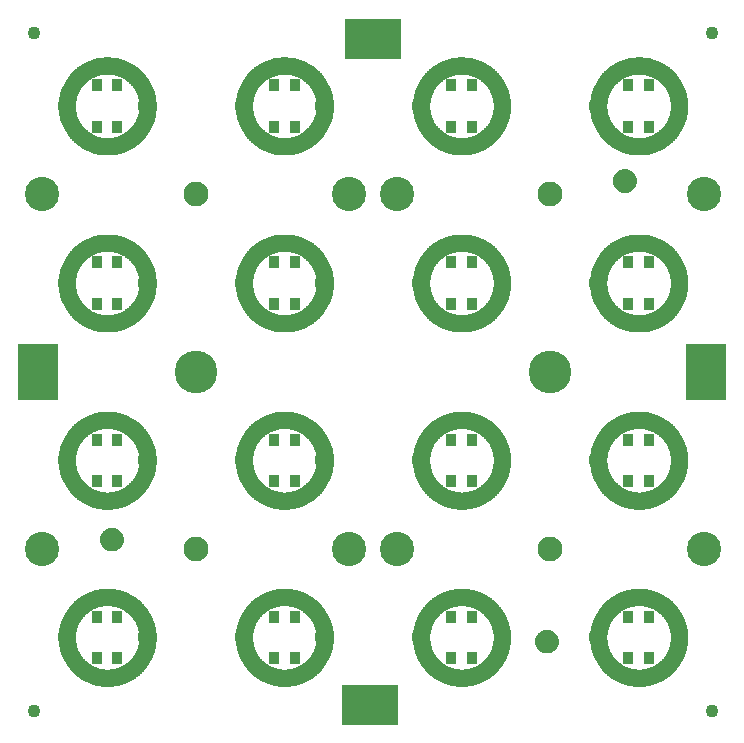
<source format=gbr>
G04 EAGLE Gerber RS-274X export*
G75*
%MOMM*%
%FSLAX34Y34*%
%LPD*%
%INSoldermask Bottom*%
%IPPOS*%
%AMOC8*
5,1,8,0,0,1.08239X$1,22.5*%
G01*
%ADD10C,2.901600*%
%ADD11C,2.101600*%
%ADD12C,1.101600*%
%ADD13C,3.617600*%
%ADD14R,3.501600X4.801600*%
%ADD15R,4.801600X3.501600*%
%ADD16R,1.551600X0.736600*%
%ADD17R,0.406400X0.711200*%
%ADD18C,1.400000*%
%ADD19R,0.951600X1.101600*%
%ADD20C,0.500000*%


D10*
X-280000Y150000D03*
X-20000Y150000D03*
X20000Y150000D03*
X280000Y150000D03*
X-280000Y-150000D03*
X-20000Y-150000D03*
X20000Y-150000D03*
X280000Y-150000D03*
D11*
X-150000Y150000D03*
X150000Y150000D03*
X-150000Y-150000D03*
X150000Y-150000D03*
D12*
X-287000Y287000D03*
X287000Y287000D03*
X-287000Y-287000D03*
X287000Y-287000D03*
D13*
X149860Y0D03*
X-149860Y0D03*
D14*
X281940Y0D03*
D15*
X-2540Y-281940D03*
X0Y281940D03*
D14*
X-283210Y0D03*
D16*
X191000Y225000D03*
D17*
X265000Y225000D03*
D18*
X190795Y225000D02*
X190805Y225839D01*
X190836Y226678D01*
X190888Y227516D01*
X190960Y228353D01*
X191052Y229187D01*
X191165Y230019D01*
X191299Y230848D01*
X191452Y231673D01*
X191626Y232494D01*
X191820Y233311D01*
X192034Y234123D01*
X192268Y234929D01*
X192521Y235729D01*
X192794Y236523D01*
X193087Y237310D01*
X193399Y238090D01*
X193729Y238861D01*
X194079Y239625D01*
X194447Y240379D01*
X194834Y241124D01*
X195239Y241860D01*
X195661Y242585D01*
X196102Y243300D01*
X196560Y244003D01*
X197035Y244696D01*
X197526Y245376D01*
X198035Y246044D01*
X198559Y246699D01*
X199100Y247342D01*
X199656Y247971D01*
X200227Y248586D01*
X200813Y249187D01*
X201414Y249773D01*
X202029Y250344D01*
X202658Y250900D01*
X203301Y251441D01*
X203956Y251965D01*
X204624Y252474D01*
X205304Y252965D01*
X205997Y253440D01*
X206700Y253898D01*
X207415Y254339D01*
X208140Y254761D01*
X208876Y255166D01*
X209621Y255553D01*
X210375Y255921D01*
X211139Y256271D01*
X211910Y256601D01*
X212690Y256913D01*
X213477Y257206D01*
X214271Y257479D01*
X215071Y257732D01*
X215877Y257966D01*
X216689Y258180D01*
X217506Y258374D01*
X218327Y258548D01*
X219152Y258701D01*
X219981Y258835D01*
X220813Y258948D01*
X221647Y259040D01*
X222484Y259112D01*
X223322Y259164D01*
X224161Y259195D01*
X225000Y259205D01*
X225839Y259195D01*
X226678Y259164D01*
X227516Y259112D01*
X228353Y259040D01*
X229187Y258948D01*
X230019Y258835D01*
X230848Y258701D01*
X231673Y258548D01*
X232494Y258374D01*
X233311Y258180D01*
X234123Y257966D01*
X234929Y257732D01*
X235729Y257479D01*
X236523Y257206D01*
X237310Y256913D01*
X238090Y256601D01*
X238861Y256271D01*
X239625Y255921D01*
X240379Y255553D01*
X241124Y255166D01*
X241860Y254761D01*
X242585Y254339D01*
X243300Y253898D01*
X244003Y253440D01*
X244696Y252965D01*
X245376Y252474D01*
X246044Y251965D01*
X246699Y251441D01*
X247342Y250900D01*
X247971Y250344D01*
X248586Y249773D01*
X249187Y249187D01*
X249773Y248586D01*
X250344Y247971D01*
X250900Y247342D01*
X251441Y246699D01*
X251965Y246044D01*
X252474Y245376D01*
X252965Y244696D01*
X253440Y244003D01*
X253898Y243300D01*
X254339Y242585D01*
X254761Y241860D01*
X255166Y241124D01*
X255553Y240379D01*
X255921Y239625D01*
X256271Y238861D01*
X256601Y238090D01*
X256913Y237310D01*
X257206Y236523D01*
X257479Y235729D01*
X257732Y234929D01*
X257966Y234123D01*
X258180Y233311D01*
X258374Y232494D01*
X258548Y231673D01*
X258701Y230848D01*
X258835Y230019D01*
X258948Y229187D01*
X259040Y228353D01*
X259112Y227516D01*
X259164Y226678D01*
X259195Y225839D01*
X259205Y225000D01*
X259195Y224161D01*
X259164Y223322D01*
X259112Y222484D01*
X259040Y221647D01*
X258948Y220813D01*
X258835Y219981D01*
X258701Y219152D01*
X258548Y218327D01*
X258374Y217506D01*
X258180Y216689D01*
X257966Y215877D01*
X257732Y215071D01*
X257479Y214271D01*
X257206Y213477D01*
X256913Y212690D01*
X256601Y211910D01*
X256271Y211139D01*
X255921Y210375D01*
X255553Y209621D01*
X255166Y208876D01*
X254761Y208140D01*
X254339Y207415D01*
X253898Y206700D01*
X253440Y205997D01*
X252965Y205304D01*
X252474Y204624D01*
X251965Y203956D01*
X251441Y203301D01*
X250900Y202658D01*
X250344Y202029D01*
X249773Y201414D01*
X249187Y200813D01*
X248586Y200227D01*
X247971Y199656D01*
X247342Y199100D01*
X246699Y198559D01*
X246044Y198035D01*
X245376Y197526D01*
X244696Y197035D01*
X244003Y196560D01*
X243300Y196102D01*
X242585Y195661D01*
X241860Y195239D01*
X241124Y194834D01*
X240379Y194447D01*
X239625Y194079D01*
X238861Y193729D01*
X238090Y193399D01*
X237310Y193087D01*
X236523Y192794D01*
X235729Y192521D01*
X234929Y192268D01*
X234123Y192034D01*
X233311Y191820D01*
X232494Y191626D01*
X231673Y191452D01*
X230848Y191299D01*
X230019Y191165D01*
X229187Y191052D01*
X228353Y190960D01*
X227516Y190888D01*
X226678Y190836D01*
X225839Y190805D01*
X225000Y190795D01*
X224161Y190805D01*
X223322Y190836D01*
X222484Y190888D01*
X221647Y190960D01*
X220813Y191052D01*
X219981Y191165D01*
X219152Y191299D01*
X218327Y191452D01*
X217506Y191626D01*
X216689Y191820D01*
X215877Y192034D01*
X215071Y192268D01*
X214271Y192521D01*
X213477Y192794D01*
X212690Y193087D01*
X211910Y193399D01*
X211139Y193729D01*
X210375Y194079D01*
X209621Y194447D01*
X208876Y194834D01*
X208140Y195239D01*
X207415Y195661D01*
X206700Y196102D01*
X205997Y196560D01*
X205304Y197035D01*
X204624Y197526D01*
X203956Y198035D01*
X203301Y198559D01*
X202658Y199100D01*
X202029Y199656D01*
X201414Y200227D01*
X200813Y200813D01*
X200227Y201414D01*
X199656Y202029D01*
X199100Y202658D01*
X198559Y203301D01*
X198035Y203956D01*
X197526Y204624D01*
X197035Y205304D01*
X196560Y205997D01*
X196102Y206700D01*
X195661Y207415D01*
X195239Y208140D01*
X194834Y208876D01*
X194447Y209621D01*
X194079Y210375D01*
X193729Y211139D01*
X193399Y211910D01*
X193087Y212690D01*
X192794Y213477D01*
X192521Y214271D01*
X192268Y215071D01*
X192034Y215877D01*
X191820Y216689D01*
X191626Y217506D01*
X191452Y218327D01*
X191299Y219152D01*
X191165Y219981D01*
X191052Y220813D01*
X190960Y221647D01*
X190888Y222484D01*
X190836Y223322D01*
X190805Y224161D01*
X190795Y225000D01*
D16*
X41000Y225000D03*
D17*
X115000Y225000D03*
D18*
X40795Y225000D02*
X40805Y225839D01*
X40836Y226678D01*
X40888Y227516D01*
X40960Y228353D01*
X41052Y229187D01*
X41165Y230019D01*
X41299Y230848D01*
X41452Y231673D01*
X41626Y232494D01*
X41820Y233311D01*
X42034Y234123D01*
X42268Y234929D01*
X42521Y235729D01*
X42794Y236523D01*
X43087Y237310D01*
X43399Y238090D01*
X43729Y238861D01*
X44079Y239625D01*
X44447Y240379D01*
X44834Y241124D01*
X45239Y241860D01*
X45661Y242585D01*
X46102Y243300D01*
X46560Y244003D01*
X47035Y244696D01*
X47526Y245376D01*
X48035Y246044D01*
X48559Y246699D01*
X49100Y247342D01*
X49656Y247971D01*
X50227Y248586D01*
X50813Y249187D01*
X51414Y249773D01*
X52029Y250344D01*
X52658Y250900D01*
X53301Y251441D01*
X53956Y251965D01*
X54624Y252474D01*
X55304Y252965D01*
X55997Y253440D01*
X56700Y253898D01*
X57415Y254339D01*
X58140Y254761D01*
X58876Y255166D01*
X59621Y255553D01*
X60375Y255921D01*
X61139Y256271D01*
X61910Y256601D01*
X62690Y256913D01*
X63477Y257206D01*
X64271Y257479D01*
X65071Y257732D01*
X65877Y257966D01*
X66689Y258180D01*
X67506Y258374D01*
X68327Y258548D01*
X69152Y258701D01*
X69981Y258835D01*
X70813Y258948D01*
X71647Y259040D01*
X72484Y259112D01*
X73322Y259164D01*
X74161Y259195D01*
X75000Y259205D01*
X75839Y259195D01*
X76678Y259164D01*
X77516Y259112D01*
X78353Y259040D01*
X79187Y258948D01*
X80019Y258835D01*
X80848Y258701D01*
X81673Y258548D01*
X82494Y258374D01*
X83311Y258180D01*
X84123Y257966D01*
X84929Y257732D01*
X85729Y257479D01*
X86523Y257206D01*
X87310Y256913D01*
X88090Y256601D01*
X88861Y256271D01*
X89625Y255921D01*
X90379Y255553D01*
X91124Y255166D01*
X91860Y254761D01*
X92585Y254339D01*
X93300Y253898D01*
X94003Y253440D01*
X94696Y252965D01*
X95376Y252474D01*
X96044Y251965D01*
X96699Y251441D01*
X97342Y250900D01*
X97971Y250344D01*
X98586Y249773D01*
X99187Y249187D01*
X99773Y248586D01*
X100344Y247971D01*
X100900Y247342D01*
X101441Y246699D01*
X101965Y246044D01*
X102474Y245376D01*
X102965Y244696D01*
X103440Y244003D01*
X103898Y243300D01*
X104339Y242585D01*
X104761Y241860D01*
X105166Y241124D01*
X105553Y240379D01*
X105921Y239625D01*
X106271Y238861D01*
X106601Y238090D01*
X106913Y237310D01*
X107206Y236523D01*
X107479Y235729D01*
X107732Y234929D01*
X107966Y234123D01*
X108180Y233311D01*
X108374Y232494D01*
X108548Y231673D01*
X108701Y230848D01*
X108835Y230019D01*
X108948Y229187D01*
X109040Y228353D01*
X109112Y227516D01*
X109164Y226678D01*
X109195Y225839D01*
X109205Y225000D01*
X109195Y224161D01*
X109164Y223322D01*
X109112Y222484D01*
X109040Y221647D01*
X108948Y220813D01*
X108835Y219981D01*
X108701Y219152D01*
X108548Y218327D01*
X108374Y217506D01*
X108180Y216689D01*
X107966Y215877D01*
X107732Y215071D01*
X107479Y214271D01*
X107206Y213477D01*
X106913Y212690D01*
X106601Y211910D01*
X106271Y211139D01*
X105921Y210375D01*
X105553Y209621D01*
X105166Y208876D01*
X104761Y208140D01*
X104339Y207415D01*
X103898Y206700D01*
X103440Y205997D01*
X102965Y205304D01*
X102474Y204624D01*
X101965Y203956D01*
X101441Y203301D01*
X100900Y202658D01*
X100344Y202029D01*
X99773Y201414D01*
X99187Y200813D01*
X98586Y200227D01*
X97971Y199656D01*
X97342Y199100D01*
X96699Y198559D01*
X96044Y198035D01*
X95376Y197526D01*
X94696Y197035D01*
X94003Y196560D01*
X93300Y196102D01*
X92585Y195661D01*
X91860Y195239D01*
X91124Y194834D01*
X90379Y194447D01*
X89625Y194079D01*
X88861Y193729D01*
X88090Y193399D01*
X87310Y193087D01*
X86523Y192794D01*
X85729Y192521D01*
X84929Y192268D01*
X84123Y192034D01*
X83311Y191820D01*
X82494Y191626D01*
X81673Y191452D01*
X80848Y191299D01*
X80019Y191165D01*
X79187Y191052D01*
X78353Y190960D01*
X77516Y190888D01*
X76678Y190836D01*
X75839Y190805D01*
X75000Y190795D01*
X74161Y190805D01*
X73322Y190836D01*
X72484Y190888D01*
X71647Y190960D01*
X70813Y191052D01*
X69981Y191165D01*
X69152Y191299D01*
X68327Y191452D01*
X67506Y191626D01*
X66689Y191820D01*
X65877Y192034D01*
X65071Y192268D01*
X64271Y192521D01*
X63477Y192794D01*
X62690Y193087D01*
X61910Y193399D01*
X61139Y193729D01*
X60375Y194079D01*
X59621Y194447D01*
X58876Y194834D01*
X58140Y195239D01*
X57415Y195661D01*
X56700Y196102D01*
X55997Y196560D01*
X55304Y197035D01*
X54624Y197526D01*
X53956Y198035D01*
X53301Y198559D01*
X52658Y199100D01*
X52029Y199656D01*
X51414Y200227D01*
X50813Y200813D01*
X50227Y201414D01*
X49656Y202029D01*
X49100Y202658D01*
X48559Y203301D01*
X48035Y203956D01*
X47526Y204624D01*
X47035Y205304D01*
X46560Y205997D01*
X46102Y206700D01*
X45661Y207415D01*
X45239Y208140D01*
X44834Y208876D01*
X44447Y209621D01*
X44079Y210375D01*
X43729Y211139D01*
X43399Y211910D01*
X43087Y212690D01*
X42794Y213477D01*
X42521Y214271D01*
X42268Y215071D01*
X42034Y215877D01*
X41820Y216689D01*
X41626Y217506D01*
X41452Y218327D01*
X41299Y219152D01*
X41165Y219981D01*
X41052Y220813D01*
X40960Y221647D01*
X40888Y222484D01*
X40836Y223322D01*
X40805Y224161D01*
X40795Y225000D01*
D16*
X-41000Y225000D03*
D17*
X-115000Y225000D03*
D18*
X-109205Y225000D02*
X-109195Y225839D01*
X-109164Y226678D01*
X-109112Y227516D01*
X-109040Y228353D01*
X-108948Y229187D01*
X-108835Y230019D01*
X-108701Y230848D01*
X-108548Y231673D01*
X-108374Y232494D01*
X-108180Y233311D01*
X-107966Y234123D01*
X-107732Y234929D01*
X-107479Y235729D01*
X-107206Y236523D01*
X-106913Y237310D01*
X-106601Y238090D01*
X-106271Y238861D01*
X-105921Y239625D01*
X-105553Y240379D01*
X-105166Y241124D01*
X-104761Y241860D01*
X-104339Y242585D01*
X-103898Y243300D01*
X-103440Y244003D01*
X-102965Y244696D01*
X-102474Y245376D01*
X-101965Y246044D01*
X-101441Y246699D01*
X-100900Y247342D01*
X-100344Y247971D01*
X-99773Y248586D01*
X-99187Y249187D01*
X-98586Y249773D01*
X-97971Y250344D01*
X-97342Y250900D01*
X-96699Y251441D01*
X-96044Y251965D01*
X-95376Y252474D01*
X-94696Y252965D01*
X-94003Y253440D01*
X-93300Y253898D01*
X-92585Y254339D01*
X-91860Y254761D01*
X-91124Y255166D01*
X-90379Y255553D01*
X-89625Y255921D01*
X-88861Y256271D01*
X-88090Y256601D01*
X-87310Y256913D01*
X-86523Y257206D01*
X-85729Y257479D01*
X-84929Y257732D01*
X-84123Y257966D01*
X-83311Y258180D01*
X-82494Y258374D01*
X-81673Y258548D01*
X-80848Y258701D01*
X-80019Y258835D01*
X-79187Y258948D01*
X-78353Y259040D01*
X-77516Y259112D01*
X-76678Y259164D01*
X-75839Y259195D01*
X-75000Y259205D01*
X-74161Y259195D01*
X-73322Y259164D01*
X-72484Y259112D01*
X-71647Y259040D01*
X-70813Y258948D01*
X-69981Y258835D01*
X-69152Y258701D01*
X-68327Y258548D01*
X-67506Y258374D01*
X-66689Y258180D01*
X-65877Y257966D01*
X-65071Y257732D01*
X-64271Y257479D01*
X-63477Y257206D01*
X-62690Y256913D01*
X-61910Y256601D01*
X-61139Y256271D01*
X-60375Y255921D01*
X-59621Y255553D01*
X-58876Y255166D01*
X-58140Y254761D01*
X-57415Y254339D01*
X-56700Y253898D01*
X-55997Y253440D01*
X-55304Y252965D01*
X-54624Y252474D01*
X-53956Y251965D01*
X-53301Y251441D01*
X-52658Y250900D01*
X-52029Y250344D01*
X-51414Y249773D01*
X-50813Y249187D01*
X-50227Y248586D01*
X-49656Y247971D01*
X-49100Y247342D01*
X-48559Y246699D01*
X-48035Y246044D01*
X-47526Y245376D01*
X-47035Y244696D01*
X-46560Y244003D01*
X-46102Y243300D01*
X-45661Y242585D01*
X-45239Y241860D01*
X-44834Y241124D01*
X-44447Y240379D01*
X-44079Y239625D01*
X-43729Y238861D01*
X-43399Y238090D01*
X-43087Y237310D01*
X-42794Y236523D01*
X-42521Y235729D01*
X-42268Y234929D01*
X-42034Y234123D01*
X-41820Y233311D01*
X-41626Y232494D01*
X-41452Y231673D01*
X-41299Y230848D01*
X-41165Y230019D01*
X-41052Y229187D01*
X-40960Y228353D01*
X-40888Y227516D01*
X-40836Y226678D01*
X-40805Y225839D01*
X-40795Y225000D01*
X-40805Y224161D01*
X-40836Y223322D01*
X-40888Y222484D01*
X-40960Y221647D01*
X-41052Y220813D01*
X-41165Y219981D01*
X-41299Y219152D01*
X-41452Y218327D01*
X-41626Y217506D01*
X-41820Y216689D01*
X-42034Y215877D01*
X-42268Y215071D01*
X-42521Y214271D01*
X-42794Y213477D01*
X-43087Y212690D01*
X-43399Y211910D01*
X-43729Y211139D01*
X-44079Y210375D01*
X-44447Y209621D01*
X-44834Y208876D01*
X-45239Y208140D01*
X-45661Y207415D01*
X-46102Y206700D01*
X-46560Y205997D01*
X-47035Y205304D01*
X-47526Y204624D01*
X-48035Y203956D01*
X-48559Y203301D01*
X-49100Y202658D01*
X-49656Y202029D01*
X-50227Y201414D01*
X-50813Y200813D01*
X-51414Y200227D01*
X-52029Y199656D01*
X-52658Y199100D01*
X-53301Y198559D01*
X-53956Y198035D01*
X-54624Y197526D01*
X-55304Y197035D01*
X-55997Y196560D01*
X-56700Y196102D01*
X-57415Y195661D01*
X-58140Y195239D01*
X-58876Y194834D01*
X-59621Y194447D01*
X-60375Y194079D01*
X-61139Y193729D01*
X-61910Y193399D01*
X-62690Y193087D01*
X-63477Y192794D01*
X-64271Y192521D01*
X-65071Y192268D01*
X-65877Y192034D01*
X-66689Y191820D01*
X-67506Y191626D01*
X-68327Y191452D01*
X-69152Y191299D01*
X-69981Y191165D01*
X-70813Y191052D01*
X-71647Y190960D01*
X-72484Y190888D01*
X-73322Y190836D01*
X-74161Y190805D01*
X-75000Y190795D01*
X-75839Y190805D01*
X-76678Y190836D01*
X-77516Y190888D01*
X-78353Y190960D01*
X-79187Y191052D01*
X-80019Y191165D01*
X-80848Y191299D01*
X-81673Y191452D01*
X-82494Y191626D01*
X-83311Y191820D01*
X-84123Y192034D01*
X-84929Y192268D01*
X-85729Y192521D01*
X-86523Y192794D01*
X-87310Y193087D01*
X-88090Y193399D01*
X-88861Y193729D01*
X-89625Y194079D01*
X-90379Y194447D01*
X-91124Y194834D01*
X-91860Y195239D01*
X-92585Y195661D01*
X-93300Y196102D01*
X-94003Y196560D01*
X-94696Y197035D01*
X-95376Y197526D01*
X-96044Y198035D01*
X-96699Y198559D01*
X-97342Y199100D01*
X-97971Y199656D01*
X-98586Y200227D01*
X-99187Y200813D01*
X-99773Y201414D01*
X-100344Y202029D01*
X-100900Y202658D01*
X-101441Y203301D01*
X-101965Y203956D01*
X-102474Y204624D01*
X-102965Y205304D01*
X-103440Y205997D01*
X-103898Y206700D01*
X-104339Y207415D01*
X-104761Y208140D01*
X-105166Y208876D01*
X-105553Y209621D01*
X-105921Y210375D01*
X-106271Y211139D01*
X-106601Y211910D01*
X-106913Y212690D01*
X-107206Y213477D01*
X-107479Y214271D01*
X-107732Y215071D01*
X-107966Y215877D01*
X-108180Y216689D01*
X-108374Y217506D01*
X-108548Y218327D01*
X-108701Y219152D01*
X-108835Y219981D01*
X-108948Y220813D01*
X-109040Y221647D01*
X-109112Y222484D01*
X-109164Y223322D01*
X-109195Y224161D01*
X-109205Y225000D01*
D16*
X-191000Y225000D03*
D17*
X-265000Y225000D03*
D18*
X-259205Y225000D02*
X-259195Y225839D01*
X-259164Y226678D01*
X-259112Y227516D01*
X-259040Y228353D01*
X-258948Y229187D01*
X-258835Y230019D01*
X-258701Y230848D01*
X-258548Y231673D01*
X-258374Y232494D01*
X-258180Y233311D01*
X-257966Y234123D01*
X-257732Y234929D01*
X-257479Y235729D01*
X-257206Y236523D01*
X-256913Y237310D01*
X-256601Y238090D01*
X-256271Y238861D01*
X-255921Y239625D01*
X-255553Y240379D01*
X-255166Y241124D01*
X-254761Y241860D01*
X-254339Y242585D01*
X-253898Y243300D01*
X-253440Y244003D01*
X-252965Y244696D01*
X-252474Y245376D01*
X-251965Y246044D01*
X-251441Y246699D01*
X-250900Y247342D01*
X-250344Y247971D01*
X-249773Y248586D01*
X-249187Y249187D01*
X-248586Y249773D01*
X-247971Y250344D01*
X-247342Y250900D01*
X-246699Y251441D01*
X-246044Y251965D01*
X-245376Y252474D01*
X-244696Y252965D01*
X-244003Y253440D01*
X-243300Y253898D01*
X-242585Y254339D01*
X-241860Y254761D01*
X-241124Y255166D01*
X-240379Y255553D01*
X-239625Y255921D01*
X-238861Y256271D01*
X-238090Y256601D01*
X-237310Y256913D01*
X-236523Y257206D01*
X-235729Y257479D01*
X-234929Y257732D01*
X-234123Y257966D01*
X-233311Y258180D01*
X-232494Y258374D01*
X-231673Y258548D01*
X-230848Y258701D01*
X-230019Y258835D01*
X-229187Y258948D01*
X-228353Y259040D01*
X-227516Y259112D01*
X-226678Y259164D01*
X-225839Y259195D01*
X-225000Y259205D01*
X-224161Y259195D01*
X-223322Y259164D01*
X-222484Y259112D01*
X-221647Y259040D01*
X-220813Y258948D01*
X-219981Y258835D01*
X-219152Y258701D01*
X-218327Y258548D01*
X-217506Y258374D01*
X-216689Y258180D01*
X-215877Y257966D01*
X-215071Y257732D01*
X-214271Y257479D01*
X-213477Y257206D01*
X-212690Y256913D01*
X-211910Y256601D01*
X-211139Y256271D01*
X-210375Y255921D01*
X-209621Y255553D01*
X-208876Y255166D01*
X-208140Y254761D01*
X-207415Y254339D01*
X-206700Y253898D01*
X-205997Y253440D01*
X-205304Y252965D01*
X-204624Y252474D01*
X-203956Y251965D01*
X-203301Y251441D01*
X-202658Y250900D01*
X-202029Y250344D01*
X-201414Y249773D01*
X-200813Y249187D01*
X-200227Y248586D01*
X-199656Y247971D01*
X-199100Y247342D01*
X-198559Y246699D01*
X-198035Y246044D01*
X-197526Y245376D01*
X-197035Y244696D01*
X-196560Y244003D01*
X-196102Y243300D01*
X-195661Y242585D01*
X-195239Y241860D01*
X-194834Y241124D01*
X-194447Y240379D01*
X-194079Y239625D01*
X-193729Y238861D01*
X-193399Y238090D01*
X-193087Y237310D01*
X-192794Y236523D01*
X-192521Y235729D01*
X-192268Y234929D01*
X-192034Y234123D01*
X-191820Y233311D01*
X-191626Y232494D01*
X-191452Y231673D01*
X-191299Y230848D01*
X-191165Y230019D01*
X-191052Y229187D01*
X-190960Y228353D01*
X-190888Y227516D01*
X-190836Y226678D01*
X-190805Y225839D01*
X-190795Y225000D01*
X-190805Y224161D01*
X-190836Y223322D01*
X-190888Y222484D01*
X-190960Y221647D01*
X-191052Y220813D01*
X-191165Y219981D01*
X-191299Y219152D01*
X-191452Y218327D01*
X-191626Y217506D01*
X-191820Y216689D01*
X-192034Y215877D01*
X-192268Y215071D01*
X-192521Y214271D01*
X-192794Y213477D01*
X-193087Y212690D01*
X-193399Y211910D01*
X-193729Y211139D01*
X-194079Y210375D01*
X-194447Y209621D01*
X-194834Y208876D01*
X-195239Y208140D01*
X-195661Y207415D01*
X-196102Y206700D01*
X-196560Y205997D01*
X-197035Y205304D01*
X-197526Y204624D01*
X-198035Y203956D01*
X-198559Y203301D01*
X-199100Y202658D01*
X-199656Y202029D01*
X-200227Y201414D01*
X-200813Y200813D01*
X-201414Y200227D01*
X-202029Y199656D01*
X-202658Y199100D01*
X-203301Y198559D01*
X-203956Y198035D01*
X-204624Y197526D01*
X-205304Y197035D01*
X-205997Y196560D01*
X-206700Y196102D01*
X-207415Y195661D01*
X-208140Y195239D01*
X-208876Y194834D01*
X-209621Y194447D01*
X-210375Y194079D01*
X-211139Y193729D01*
X-211910Y193399D01*
X-212690Y193087D01*
X-213477Y192794D01*
X-214271Y192521D01*
X-215071Y192268D01*
X-215877Y192034D01*
X-216689Y191820D01*
X-217506Y191626D01*
X-218327Y191452D01*
X-219152Y191299D01*
X-219981Y191165D01*
X-220813Y191052D01*
X-221647Y190960D01*
X-222484Y190888D01*
X-223322Y190836D01*
X-224161Y190805D01*
X-225000Y190795D01*
X-225839Y190805D01*
X-226678Y190836D01*
X-227516Y190888D01*
X-228353Y190960D01*
X-229187Y191052D01*
X-230019Y191165D01*
X-230848Y191299D01*
X-231673Y191452D01*
X-232494Y191626D01*
X-233311Y191820D01*
X-234123Y192034D01*
X-234929Y192268D01*
X-235729Y192521D01*
X-236523Y192794D01*
X-237310Y193087D01*
X-238090Y193399D01*
X-238861Y193729D01*
X-239625Y194079D01*
X-240379Y194447D01*
X-241124Y194834D01*
X-241860Y195239D01*
X-242585Y195661D01*
X-243300Y196102D01*
X-244003Y196560D01*
X-244696Y197035D01*
X-245376Y197526D01*
X-246044Y198035D01*
X-246699Y198559D01*
X-247342Y199100D01*
X-247971Y199656D01*
X-248586Y200227D01*
X-249187Y200813D01*
X-249773Y201414D01*
X-250344Y202029D01*
X-250900Y202658D01*
X-251441Y203301D01*
X-251965Y203956D01*
X-252474Y204624D01*
X-252965Y205304D01*
X-253440Y205997D01*
X-253898Y206700D01*
X-254339Y207415D01*
X-254761Y208140D01*
X-255166Y208876D01*
X-255553Y209621D01*
X-255921Y210375D01*
X-256271Y211139D01*
X-256601Y211910D01*
X-256913Y212690D01*
X-257206Y213477D01*
X-257479Y214271D01*
X-257732Y215071D01*
X-257966Y215877D01*
X-258180Y216689D01*
X-258374Y217506D01*
X-258548Y218327D01*
X-258701Y219152D01*
X-258835Y219981D01*
X-258948Y220813D01*
X-259040Y221647D01*
X-259112Y222484D01*
X-259164Y223322D01*
X-259195Y224161D01*
X-259205Y225000D01*
D16*
X191000Y75000D03*
D17*
X265000Y75000D03*
D18*
X190795Y75000D02*
X190805Y75839D01*
X190836Y76678D01*
X190888Y77516D01*
X190960Y78353D01*
X191052Y79187D01*
X191165Y80019D01*
X191299Y80848D01*
X191452Y81673D01*
X191626Y82494D01*
X191820Y83311D01*
X192034Y84123D01*
X192268Y84929D01*
X192521Y85729D01*
X192794Y86523D01*
X193087Y87310D01*
X193399Y88090D01*
X193729Y88861D01*
X194079Y89625D01*
X194447Y90379D01*
X194834Y91124D01*
X195239Y91860D01*
X195661Y92585D01*
X196102Y93300D01*
X196560Y94003D01*
X197035Y94696D01*
X197526Y95376D01*
X198035Y96044D01*
X198559Y96699D01*
X199100Y97342D01*
X199656Y97971D01*
X200227Y98586D01*
X200813Y99187D01*
X201414Y99773D01*
X202029Y100344D01*
X202658Y100900D01*
X203301Y101441D01*
X203956Y101965D01*
X204624Y102474D01*
X205304Y102965D01*
X205997Y103440D01*
X206700Y103898D01*
X207415Y104339D01*
X208140Y104761D01*
X208876Y105166D01*
X209621Y105553D01*
X210375Y105921D01*
X211139Y106271D01*
X211910Y106601D01*
X212690Y106913D01*
X213477Y107206D01*
X214271Y107479D01*
X215071Y107732D01*
X215877Y107966D01*
X216689Y108180D01*
X217506Y108374D01*
X218327Y108548D01*
X219152Y108701D01*
X219981Y108835D01*
X220813Y108948D01*
X221647Y109040D01*
X222484Y109112D01*
X223322Y109164D01*
X224161Y109195D01*
X225000Y109205D01*
X225839Y109195D01*
X226678Y109164D01*
X227516Y109112D01*
X228353Y109040D01*
X229187Y108948D01*
X230019Y108835D01*
X230848Y108701D01*
X231673Y108548D01*
X232494Y108374D01*
X233311Y108180D01*
X234123Y107966D01*
X234929Y107732D01*
X235729Y107479D01*
X236523Y107206D01*
X237310Y106913D01*
X238090Y106601D01*
X238861Y106271D01*
X239625Y105921D01*
X240379Y105553D01*
X241124Y105166D01*
X241860Y104761D01*
X242585Y104339D01*
X243300Y103898D01*
X244003Y103440D01*
X244696Y102965D01*
X245376Y102474D01*
X246044Y101965D01*
X246699Y101441D01*
X247342Y100900D01*
X247971Y100344D01*
X248586Y99773D01*
X249187Y99187D01*
X249773Y98586D01*
X250344Y97971D01*
X250900Y97342D01*
X251441Y96699D01*
X251965Y96044D01*
X252474Y95376D01*
X252965Y94696D01*
X253440Y94003D01*
X253898Y93300D01*
X254339Y92585D01*
X254761Y91860D01*
X255166Y91124D01*
X255553Y90379D01*
X255921Y89625D01*
X256271Y88861D01*
X256601Y88090D01*
X256913Y87310D01*
X257206Y86523D01*
X257479Y85729D01*
X257732Y84929D01*
X257966Y84123D01*
X258180Y83311D01*
X258374Y82494D01*
X258548Y81673D01*
X258701Y80848D01*
X258835Y80019D01*
X258948Y79187D01*
X259040Y78353D01*
X259112Y77516D01*
X259164Y76678D01*
X259195Y75839D01*
X259205Y75000D01*
X259195Y74161D01*
X259164Y73322D01*
X259112Y72484D01*
X259040Y71647D01*
X258948Y70813D01*
X258835Y69981D01*
X258701Y69152D01*
X258548Y68327D01*
X258374Y67506D01*
X258180Y66689D01*
X257966Y65877D01*
X257732Y65071D01*
X257479Y64271D01*
X257206Y63477D01*
X256913Y62690D01*
X256601Y61910D01*
X256271Y61139D01*
X255921Y60375D01*
X255553Y59621D01*
X255166Y58876D01*
X254761Y58140D01*
X254339Y57415D01*
X253898Y56700D01*
X253440Y55997D01*
X252965Y55304D01*
X252474Y54624D01*
X251965Y53956D01*
X251441Y53301D01*
X250900Y52658D01*
X250344Y52029D01*
X249773Y51414D01*
X249187Y50813D01*
X248586Y50227D01*
X247971Y49656D01*
X247342Y49100D01*
X246699Y48559D01*
X246044Y48035D01*
X245376Y47526D01*
X244696Y47035D01*
X244003Y46560D01*
X243300Y46102D01*
X242585Y45661D01*
X241860Y45239D01*
X241124Y44834D01*
X240379Y44447D01*
X239625Y44079D01*
X238861Y43729D01*
X238090Y43399D01*
X237310Y43087D01*
X236523Y42794D01*
X235729Y42521D01*
X234929Y42268D01*
X234123Y42034D01*
X233311Y41820D01*
X232494Y41626D01*
X231673Y41452D01*
X230848Y41299D01*
X230019Y41165D01*
X229187Y41052D01*
X228353Y40960D01*
X227516Y40888D01*
X226678Y40836D01*
X225839Y40805D01*
X225000Y40795D01*
X224161Y40805D01*
X223322Y40836D01*
X222484Y40888D01*
X221647Y40960D01*
X220813Y41052D01*
X219981Y41165D01*
X219152Y41299D01*
X218327Y41452D01*
X217506Y41626D01*
X216689Y41820D01*
X215877Y42034D01*
X215071Y42268D01*
X214271Y42521D01*
X213477Y42794D01*
X212690Y43087D01*
X211910Y43399D01*
X211139Y43729D01*
X210375Y44079D01*
X209621Y44447D01*
X208876Y44834D01*
X208140Y45239D01*
X207415Y45661D01*
X206700Y46102D01*
X205997Y46560D01*
X205304Y47035D01*
X204624Y47526D01*
X203956Y48035D01*
X203301Y48559D01*
X202658Y49100D01*
X202029Y49656D01*
X201414Y50227D01*
X200813Y50813D01*
X200227Y51414D01*
X199656Y52029D01*
X199100Y52658D01*
X198559Y53301D01*
X198035Y53956D01*
X197526Y54624D01*
X197035Y55304D01*
X196560Y55997D01*
X196102Y56700D01*
X195661Y57415D01*
X195239Y58140D01*
X194834Y58876D01*
X194447Y59621D01*
X194079Y60375D01*
X193729Y61139D01*
X193399Y61910D01*
X193087Y62690D01*
X192794Y63477D01*
X192521Y64271D01*
X192268Y65071D01*
X192034Y65877D01*
X191820Y66689D01*
X191626Y67506D01*
X191452Y68327D01*
X191299Y69152D01*
X191165Y69981D01*
X191052Y70813D01*
X190960Y71647D01*
X190888Y72484D01*
X190836Y73322D01*
X190805Y74161D01*
X190795Y75000D01*
D16*
X41000Y75000D03*
D17*
X115000Y75000D03*
D18*
X40795Y75000D02*
X40805Y75839D01*
X40836Y76678D01*
X40888Y77516D01*
X40960Y78353D01*
X41052Y79187D01*
X41165Y80019D01*
X41299Y80848D01*
X41452Y81673D01*
X41626Y82494D01*
X41820Y83311D01*
X42034Y84123D01*
X42268Y84929D01*
X42521Y85729D01*
X42794Y86523D01*
X43087Y87310D01*
X43399Y88090D01*
X43729Y88861D01*
X44079Y89625D01*
X44447Y90379D01*
X44834Y91124D01*
X45239Y91860D01*
X45661Y92585D01*
X46102Y93300D01*
X46560Y94003D01*
X47035Y94696D01*
X47526Y95376D01*
X48035Y96044D01*
X48559Y96699D01*
X49100Y97342D01*
X49656Y97971D01*
X50227Y98586D01*
X50813Y99187D01*
X51414Y99773D01*
X52029Y100344D01*
X52658Y100900D01*
X53301Y101441D01*
X53956Y101965D01*
X54624Y102474D01*
X55304Y102965D01*
X55997Y103440D01*
X56700Y103898D01*
X57415Y104339D01*
X58140Y104761D01*
X58876Y105166D01*
X59621Y105553D01*
X60375Y105921D01*
X61139Y106271D01*
X61910Y106601D01*
X62690Y106913D01*
X63477Y107206D01*
X64271Y107479D01*
X65071Y107732D01*
X65877Y107966D01*
X66689Y108180D01*
X67506Y108374D01*
X68327Y108548D01*
X69152Y108701D01*
X69981Y108835D01*
X70813Y108948D01*
X71647Y109040D01*
X72484Y109112D01*
X73322Y109164D01*
X74161Y109195D01*
X75000Y109205D01*
X75839Y109195D01*
X76678Y109164D01*
X77516Y109112D01*
X78353Y109040D01*
X79187Y108948D01*
X80019Y108835D01*
X80848Y108701D01*
X81673Y108548D01*
X82494Y108374D01*
X83311Y108180D01*
X84123Y107966D01*
X84929Y107732D01*
X85729Y107479D01*
X86523Y107206D01*
X87310Y106913D01*
X88090Y106601D01*
X88861Y106271D01*
X89625Y105921D01*
X90379Y105553D01*
X91124Y105166D01*
X91860Y104761D01*
X92585Y104339D01*
X93300Y103898D01*
X94003Y103440D01*
X94696Y102965D01*
X95376Y102474D01*
X96044Y101965D01*
X96699Y101441D01*
X97342Y100900D01*
X97971Y100344D01*
X98586Y99773D01*
X99187Y99187D01*
X99773Y98586D01*
X100344Y97971D01*
X100900Y97342D01*
X101441Y96699D01*
X101965Y96044D01*
X102474Y95376D01*
X102965Y94696D01*
X103440Y94003D01*
X103898Y93300D01*
X104339Y92585D01*
X104761Y91860D01*
X105166Y91124D01*
X105553Y90379D01*
X105921Y89625D01*
X106271Y88861D01*
X106601Y88090D01*
X106913Y87310D01*
X107206Y86523D01*
X107479Y85729D01*
X107732Y84929D01*
X107966Y84123D01*
X108180Y83311D01*
X108374Y82494D01*
X108548Y81673D01*
X108701Y80848D01*
X108835Y80019D01*
X108948Y79187D01*
X109040Y78353D01*
X109112Y77516D01*
X109164Y76678D01*
X109195Y75839D01*
X109205Y75000D01*
X109195Y74161D01*
X109164Y73322D01*
X109112Y72484D01*
X109040Y71647D01*
X108948Y70813D01*
X108835Y69981D01*
X108701Y69152D01*
X108548Y68327D01*
X108374Y67506D01*
X108180Y66689D01*
X107966Y65877D01*
X107732Y65071D01*
X107479Y64271D01*
X107206Y63477D01*
X106913Y62690D01*
X106601Y61910D01*
X106271Y61139D01*
X105921Y60375D01*
X105553Y59621D01*
X105166Y58876D01*
X104761Y58140D01*
X104339Y57415D01*
X103898Y56700D01*
X103440Y55997D01*
X102965Y55304D01*
X102474Y54624D01*
X101965Y53956D01*
X101441Y53301D01*
X100900Y52658D01*
X100344Y52029D01*
X99773Y51414D01*
X99187Y50813D01*
X98586Y50227D01*
X97971Y49656D01*
X97342Y49100D01*
X96699Y48559D01*
X96044Y48035D01*
X95376Y47526D01*
X94696Y47035D01*
X94003Y46560D01*
X93300Y46102D01*
X92585Y45661D01*
X91860Y45239D01*
X91124Y44834D01*
X90379Y44447D01*
X89625Y44079D01*
X88861Y43729D01*
X88090Y43399D01*
X87310Y43087D01*
X86523Y42794D01*
X85729Y42521D01*
X84929Y42268D01*
X84123Y42034D01*
X83311Y41820D01*
X82494Y41626D01*
X81673Y41452D01*
X80848Y41299D01*
X80019Y41165D01*
X79187Y41052D01*
X78353Y40960D01*
X77516Y40888D01*
X76678Y40836D01*
X75839Y40805D01*
X75000Y40795D01*
X74161Y40805D01*
X73322Y40836D01*
X72484Y40888D01*
X71647Y40960D01*
X70813Y41052D01*
X69981Y41165D01*
X69152Y41299D01*
X68327Y41452D01*
X67506Y41626D01*
X66689Y41820D01*
X65877Y42034D01*
X65071Y42268D01*
X64271Y42521D01*
X63477Y42794D01*
X62690Y43087D01*
X61910Y43399D01*
X61139Y43729D01*
X60375Y44079D01*
X59621Y44447D01*
X58876Y44834D01*
X58140Y45239D01*
X57415Y45661D01*
X56700Y46102D01*
X55997Y46560D01*
X55304Y47035D01*
X54624Y47526D01*
X53956Y48035D01*
X53301Y48559D01*
X52658Y49100D01*
X52029Y49656D01*
X51414Y50227D01*
X50813Y50813D01*
X50227Y51414D01*
X49656Y52029D01*
X49100Y52658D01*
X48559Y53301D01*
X48035Y53956D01*
X47526Y54624D01*
X47035Y55304D01*
X46560Y55997D01*
X46102Y56700D01*
X45661Y57415D01*
X45239Y58140D01*
X44834Y58876D01*
X44447Y59621D01*
X44079Y60375D01*
X43729Y61139D01*
X43399Y61910D01*
X43087Y62690D01*
X42794Y63477D01*
X42521Y64271D01*
X42268Y65071D01*
X42034Y65877D01*
X41820Y66689D01*
X41626Y67506D01*
X41452Y68327D01*
X41299Y69152D01*
X41165Y69981D01*
X41052Y70813D01*
X40960Y71647D01*
X40888Y72484D01*
X40836Y73322D01*
X40805Y74161D01*
X40795Y75000D01*
D16*
X-41000Y75000D03*
D17*
X-115000Y75000D03*
D18*
X-109205Y75000D02*
X-109195Y75839D01*
X-109164Y76678D01*
X-109112Y77516D01*
X-109040Y78353D01*
X-108948Y79187D01*
X-108835Y80019D01*
X-108701Y80848D01*
X-108548Y81673D01*
X-108374Y82494D01*
X-108180Y83311D01*
X-107966Y84123D01*
X-107732Y84929D01*
X-107479Y85729D01*
X-107206Y86523D01*
X-106913Y87310D01*
X-106601Y88090D01*
X-106271Y88861D01*
X-105921Y89625D01*
X-105553Y90379D01*
X-105166Y91124D01*
X-104761Y91860D01*
X-104339Y92585D01*
X-103898Y93300D01*
X-103440Y94003D01*
X-102965Y94696D01*
X-102474Y95376D01*
X-101965Y96044D01*
X-101441Y96699D01*
X-100900Y97342D01*
X-100344Y97971D01*
X-99773Y98586D01*
X-99187Y99187D01*
X-98586Y99773D01*
X-97971Y100344D01*
X-97342Y100900D01*
X-96699Y101441D01*
X-96044Y101965D01*
X-95376Y102474D01*
X-94696Y102965D01*
X-94003Y103440D01*
X-93300Y103898D01*
X-92585Y104339D01*
X-91860Y104761D01*
X-91124Y105166D01*
X-90379Y105553D01*
X-89625Y105921D01*
X-88861Y106271D01*
X-88090Y106601D01*
X-87310Y106913D01*
X-86523Y107206D01*
X-85729Y107479D01*
X-84929Y107732D01*
X-84123Y107966D01*
X-83311Y108180D01*
X-82494Y108374D01*
X-81673Y108548D01*
X-80848Y108701D01*
X-80019Y108835D01*
X-79187Y108948D01*
X-78353Y109040D01*
X-77516Y109112D01*
X-76678Y109164D01*
X-75839Y109195D01*
X-75000Y109205D01*
X-74161Y109195D01*
X-73322Y109164D01*
X-72484Y109112D01*
X-71647Y109040D01*
X-70813Y108948D01*
X-69981Y108835D01*
X-69152Y108701D01*
X-68327Y108548D01*
X-67506Y108374D01*
X-66689Y108180D01*
X-65877Y107966D01*
X-65071Y107732D01*
X-64271Y107479D01*
X-63477Y107206D01*
X-62690Y106913D01*
X-61910Y106601D01*
X-61139Y106271D01*
X-60375Y105921D01*
X-59621Y105553D01*
X-58876Y105166D01*
X-58140Y104761D01*
X-57415Y104339D01*
X-56700Y103898D01*
X-55997Y103440D01*
X-55304Y102965D01*
X-54624Y102474D01*
X-53956Y101965D01*
X-53301Y101441D01*
X-52658Y100900D01*
X-52029Y100344D01*
X-51414Y99773D01*
X-50813Y99187D01*
X-50227Y98586D01*
X-49656Y97971D01*
X-49100Y97342D01*
X-48559Y96699D01*
X-48035Y96044D01*
X-47526Y95376D01*
X-47035Y94696D01*
X-46560Y94003D01*
X-46102Y93300D01*
X-45661Y92585D01*
X-45239Y91860D01*
X-44834Y91124D01*
X-44447Y90379D01*
X-44079Y89625D01*
X-43729Y88861D01*
X-43399Y88090D01*
X-43087Y87310D01*
X-42794Y86523D01*
X-42521Y85729D01*
X-42268Y84929D01*
X-42034Y84123D01*
X-41820Y83311D01*
X-41626Y82494D01*
X-41452Y81673D01*
X-41299Y80848D01*
X-41165Y80019D01*
X-41052Y79187D01*
X-40960Y78353D01*
X-40888Y77516D01*
X-40836Y76678D01*
X-40805Y75839D01*
X-40795Y75000D01*
X-40805Y74161D01*
X-40836Y73322D01*
X-40888Y72484D01*
X-40960Y71647D01*
X-41052Y70813D01*
X-41165Y69981D01*
X-41299Y69152D01*
X-41452Y68327D01*
X-41626Y67506D01*
X-41820Y66689D01*
X-42034Y65877D01*
X-42268Y65071D01*
X-42521Y64271D01*
X-42794Y63477D01*
X-43087Y62690D01*
X-43399Y61910D01*
X-43729Y61139D01*
X-44079Y60375D01*
X-44447Y59621D01*
X-44834Y58876D01*
X-45239Y58140D01*
X-45661Y57415D01*
X-46102Y56700D01*
X-46560Y55997D01*
X-47035Y55304D01*
X-47526Y54624D01*
X-48035Y53956D01*
X-48559Y53301D01*
X-49100Y52658D01*
X-49656Y52029D01*
X-50227Y51414D01*
X-50813Y50813D01*
X-51414Y50227D01*
X-52029Y49656D01*
X-52658Y49100D01*
X-53301Y48559D01*
X-53956Y48035D01*
X-54624Y47526D01*
X-55304Y47035D01*
X-55997Y46560D01*
X-56700Y46102D01*
X-57415Y45661D01*
X-58140Y45239D01*
X-58876Y44834D01*
X-59621Y44447D01*
X-60375Y44079D01*
X-61139Y43729D01*
X-61910Y43399D01*
X-62690Y43087D01*
X-63477Y42794D01*
X-64271Y42521D01*
X-65071Y42268D01*
X-65877Y42034D01*
X-66689Y41820D01*
X-67506Y41626D01*
X-68327Y41452D01*
X-69152Y41299D01*
X-69981Y41165D01*
X-70813Y41052D01*
X-71647Y40960D01*
X-72484Y40888D01*
X-73322Y40836D01*
X-74161Y40805D01*
X-75000Y40795D01*
X-75839Y40805D01*
X-76678Y40836D01*
X-77516Y40888D01*
X-78353Y40960D01*
X-79187Y41052D01*
X-80019Y41165D01*
X-80848Y41299D01*
X-81673Y41452D01*
X-82494Y41626D01*
X-83311Y41820D01*
X-84123Y42034D01*
X-84929Y42268D01*
X-85729Y42521D01*
X-86523Y42794D01*
X-87310Y43087D01*
X-88090Y43399D01*
X-88861Y43729D01*
X-89625Y44079D01*
X-90379Y44447D01*
X-91124Y44834D01*
X-91860Y45239D01*
X-92585Y45661D01*
X-93300Y46102D01*
X-94003Y46560D01*
X-94696Y47035D01*
X-95376Y47526D01*
X-96044Y48035D01*
X-96699Y48559D01*
X-97342Y49100D01*
X-97971Y49656D01*
X-98586Y50227D01*
X-99187Y50813D01*
X-99773Y51414D01*
X-100344Y52029D01*
X-100900Y52658D01*
X-101441Y53301D01*
X-101965Y53956D01*
X-102474Y54624D01*
X-102965Y55304D01*
X-103440Y55997D01*
X-103898Y56700D01*
X-104339Y57415D01*
X-104761Y58140D01*
X-105166Y58876D01*
X-105553Y59621D01*
X-105921Y60375D01*
X-106271Y61139D01*
X-106601Y61910D01*
X-106913Y62690D01*
X-107206Y63477D01*
X-107479Y64271D01*
X-107732Y65071D01*
X-107966Y65877D01*
X-108180Y66689D01*
X-108374Y67506D01*
X-108548Y68327D01*
X-108701Y69152D01*
X-108835Y69981D01*
X-108948Y70813D01*
X-109040Y71647D01*
X-109112Y72484D01*
X-109164Y73322D01*
X-109195Y74161D01*
X-109205Y75000D01*
D16*
X-191000Y75000D03*
D17*
X-265000Y75000D03*
D18*
X-259205Y75000D02*
X-259195Y75839D01*
X-259164Y76678D01*
X-259112Y77516D01*
X-259040Y78353D01*
X-258948Y79187D01*
X-258835Y80019D01*
X-258701Y80848D01*
X-258548Y81673D01*
X-258374Y82494D01*
X-258180Y83311D01*
X-257966Y84123D01*
X-257732Y84929D01*
X-257479Y85729D01*
X-257206Y86523D01*
X-256913Y87310D01*
X-256601Y88090D01*
X-256271Y88861D01*
X-255921Y89625D01*
X-255553Y90379D01*
X-255166Y91124D01*
X-254761Y91860D01*
X-254339Y92585D01*
X-253898Y93300D01*
X-253440Y94003D01*
X-252965Y94696D01*
X-252474Y95376D01*
X-251965Y96044D01*
X-251441Y96699D01*
X-250900Y97342D01*
X-250344Y97971D01*
X-249773Y98586D01*
X-249187Y99187D01*
X-248586Y99773D01*
X-247971Y100344D01*
X-247342Y100900D01*
X-246699Y101441D01*
X-246044Y101965D01*
X-245376Y102474D01*
X-244696Y102965D01*
X-244003Y103440D01*
X-243300Y103898D01*
X-242585Y104339D01*
X-241860Y104761D01*
X-241124Y105166D01*
X-240379Y105553D01*
X-239625Y105921D01*
X-238861Y106271D01*
X-238090Y106601D01*
X-237310Y106913D01*
X-236523Y107206D01*
X-235729Y107479D01*
X-234929Y107732D01*
X-234123Y107966D01*
X-233311Y108180D01*
X-232494Y108374D01*
X-231673Y108548D01*
X-230848Y108701D01*
X-230019Y108835D01*
X-229187Y108948D01*
X-228353Y109040D01*
X-227516Y109112D01*
X-226678Y109164D01*
X-225839Y109195D01*
X-225000Y109205D01*
X-224161Y109195D01*
X-223322Y109164D01*
X-222484Y109112D01*
X-221647Y109040D01*
X-220813Y108948D01*
X-219981Y108835D01*
X-219152Y108701D01*
X-218327Y108548D01*
X-217506Y108374D01*
X-216689Y108180D01*
X-215877Y107966D01*
X-215071Y107732D01*
X-214271Y107479D01*
X-213477Y107206D01*
X-212690Y106913D01*
X-211910Y106601D01*
X-211139Y106271D01*
X-210375Y105921D01*
X-209621Y105553D01*
X-208876Y105166D01*
X-208140Y104761D01*
X-207415Y104339D01*
X-206700Y103898D01*
X-205997Y103440D01*
X-205304Y102965D01*
X-204624Y102474D01*
X-203956Y101965D01*
X-203301Y101441D01*
X-202658Y100900D01*
X-202029Y100344D01*
X-201414Y99773D01*
X-200813Y99187D01*
X-200227Y98586D01*
X-199656Y97971D01*
X-199100Y97342D01*
X-198559Y96699D01*
X-198035Y96044D01*
X-197526Y95376D01*
X-197035Y94696D01*
X-196560Y94003D01*
X-196102Y93300D01*
X-195661Y92585D01*
X-195239Y91860D01*
X-194834Y91124D01*
X-194447Y90379D01*
X-194079Y89625D01*
X-193729Y88861D01*
X-193399Y88090D01*
X-193087Y87310D01*
X-192794Y86523D01*
X-192521Y85729D01*
X-192268Y84929D01*
X-192034Y84123D01*
X-191820Y83311D01*
X-191626Y82494D01*
X-191452Y81673D01*
X-191299Y80848D01*
X-191165Y80019D01*
X-191052Y79187D01*
X-190960Y78353D01*
X-190888Y77516D01*
X-190836Y76678D01*
X-190805Y75839D01*
X-190795Y75000D01*
X-190805Y74161D01*
X-190836Y73322D01*
X-190888Y72484D01*
X-190960Y71647D01*
X-191052Y70813D01*
X-191165Y69981D01*
X-191299Y69152D01*
X-191452Y68327D01*
X-191626Y67506D01*
X-191820Y66689D01*
X-192034Y65877D01*
X-192268Y65071D01*
X-192521Y64271D01*
X-192794Y63477D01*
X-193087Y62690D01*
X-193399Y61910D01*
X-193729Y61139D01*
X-194079Y60375D01*
X-194447Y59621D01*
X-194834Y58876D01*
X-195239Y58140D01*
X-195661Y57415D01*
X-196102Y56700D01*
X-196560Y55997D01*
X-197035Y55304D01*
X-197526Y54624D01*
X-198035Y53956D01*
X-198559Y53301D01*
X-199100Y52658D01*
X-199656Y52029D01*
X-200227Y51414D01*
X-200813Y50813D01*
X-201414Y50227D01*
X-202029Y49656D01*
X-202658Y49100D01*
X-203301Y48559D01*
X-203956Y48035D01*
X-204624Y47526D01*
X-205304Y47035D01*
X-205997Y46560D01*
X-206700Y46102D01*
X-207415Y45661D01*
X-208140Y45239D01*
X-208876Y44834D01*
X-209621Y44447D01*
X-210375Y44079D01*
X-211139Y43729D01*
X-211910Y43399D01*
X-212690Y43087D01*
X-213477Y42794D01*
X-214271Y42521D01*
X-215071Y42268D01*
X-215877Y42034D01*
X-216689Y41820D01*
X-217506Y41626D01*
X-218327Y41452D01*
X-219152Y41299D01*
X-219981Y41165D01*
X-220813Y41052D01*
X-221647Y40960D01*
X-222484Y40888D01*
X-223322Y40836D01*
X-224161Y40805D01*
X-225000Y40795D01*
X-225839Y40805D01*
X-226678Y40836D01*
X-227516Y40888D01*
X-228353Y40960D01*
X-229187Y41052D01*
X-230019Y41165D01*
X-230848Y41299D01*
X-231673Y41452D01*
X-232494Y41626D01*
X-233311Y41820D01*
X-234123Y42034D01*
X-234929Y42268D01*
X-235729Y42521D01*
X-236523Y42794D01*
X-237310Y43087D01*
X-238090Y43399D01*
X-238861Y43729D01*
X-239625Y44079D01*
X-240379Y44447D01*
X-241124Y44834D01*
X-241860Y45239D01*
X-242585Y45661D01*
X-243300Y46102D01*
X-244003Y46560D01*
X-244696Y47035D01*
X-245376Y47526D01*
X-246044Y48035D01*
X-246699Y48559D01*
X-247342Y49100D01*
X-247971Y49656D01*
X-248586Y50227D01*
X-249187Y50813D01*
X-249773Y51414D01*
X-250344Y52029D01*
X-250900Y52658D01*
X-251441Y53301D01*
X-251965Y53956D01*
X-252474Y54624D01*
X-252965Y55304D01*
X-253440Y55997D01*
X-253898Y56700D01*
X-254339Y57415D01*
X-254761Y58140D01*
X-255166Y58876D01*
X-255553Y59621D01*
X-255921Y60375D01*
X-256271Y61139D01*
X-256601Y61910D01*
X-256913Y62690D01*
X-257206Y63477D01*
X-257479Y64271D01*
X-257732Y65071D01*
X-257966Y65877D01*
X-258180Y66689D01*
X-258374Y67506D01*
X-258548Y68327D01*
X-258701Y69152D01*
X-258835Y69981D01*
X-258948Y70813D01*
X-259040Y71647D01*
X-259112Y72484D01*
X-259164Y73322D01*
X-259195Y74161D01*
X-259205Y75000D01*
D16*
X191000Y-75000D03*
D17*
X265000Y-75000D03*
D18*
X190795Y-75000D02*
X190805Y-74161D01*
X190836Y-73322D01*
X190888Y-72484D01*
X190960Y-71647D01*
X191052Y-70813D01*
X191165Y-69981D01*
X191299Y-69152D01*
X191452Y-68327D01*
X191626Y-67506D01*
X191820Y-66689D01*
X192034Y-65877D01*
X192268Y-65071D01*
X192521Y-64271D01*
X192794Y-63477D01*
X193087Y-62690D01*
X193399Y-61910D01*
X193729Y-61139D01*
X194079Y-60375D01*
X194447Y-59621D01*
X194834Y-58876D01*
X195239Y-58140D01*
X195661Y-57415D01*
X196102Y-56700D01*
X196560Y-55997D01*
X197035Y-55304D01*
X197526Y-54624D01*
X198035Y-53956D01*
X198559Y-53301D01*
X199100Y-52658D01*
X199656Y-52029D01*
X200227Y-51414D01*
X200813Y-50813D01*
X201414Y-50227D01*
X202029Y-49656D01*
X202658Y-49100D01*
X203301Y-48559D01*
X203956Y-48035D01*
X204624Y-47526D01*
X205304Y-47035D01*
X205997Y-46560D01*
X206700Y-46102D01*
X207415Y-45661D01*
X208140Y-45239D01*
X208876Y-44834D01*
X209621Y-44447D01*
X210375Y-44079D01*
X211139Y-43729D01*
X211910Y-43399D01*
X212690Y-43087D01*
X213477Y-42794D01*
X214271Y-42521D01*
X215071Y-42268D01*
X215877Y-42034D01*
X216689Y-41820D01*
X217506Y-41626D01*
X218327Y-41452D01*
X219152Y-41299D01*
X219981Y-41165D01*
X220813Y-41052D01*
X221647Y-40960D01*
X222484Y-40888D01*
X223322Y-40836D01*
X224161Y-40805D01*
X225000Y-40795D01*
X225839Y-40805D01*
X226678Y-40836D01*
X227516Y-40888D01*
X228353Y-40960D01*
X229187Y-41052D01*
X230019Y-41165D01*
X230848Y-41299D01*
X231673Y-41452D01*
X232494Y-41626D01*
X233311Y-41820D01*
X234123Y-42034D01*
X234929Y-42268D01*
X235729Y-42521D01*
X236523Y-42794D01*
X237310Y-43087D01*
X238090Y-43399D01*
X238861Y-43729D01*
X239625Y-44079D01*
X240379Y-44447D01*
X241124Y-44834D01*
X241860Y-45239D01*
X242585Y-45661D01*
X243300Y-46102D01*
X244003Y-46560D01*
X244696Y-47035D01*
X245376Y-47526D01*
X246044Y-48035D01*
X246699Y-48559D01*
X247342Y-49100D01*
X247971Y-49656D01*
X248586Y-50227D01*
X249187Y-50813D01*
X249773Y-51414D01*
X250344Y-52029D01*
X250900Y-52658D01*
X251441Y-53301D01*
X251965Y-53956D01*
X252474Y-54624D01*
X252965Y-55304D01*
X253440Y-55997D01*
X253898Y-56700D01*
X254339Y-57415D01*
X254761Y-58140D01*
X255166Y-58876D01*
X255553Y-59621D01*
X255921Y-60375D01*
X256271Y-61139D01*
X256601Y-61910D01*
X256913Y-62690D01*
X257206Y-63477D01*
X257479Y-64271D01*
X257732Y-65071D01*
X257966Y-65877D01*
X258180Y-66689D01*
X258374Y-67506D01*
X258548Y-68327D01*
X258701Y-69152D01*
X258835Y-69981D01*
X258948Y-70813D01*
X259040Y-71647D01*
X259112Y-72484D01*
X259164Y-73322D01*
X259195Y-74161D01*
X259205Y-75000D01*
X259195Y-75839D01*
X259164Y-76678D01*
X259112Y-77516D01*
X259040Y-78353D01*
X258948Y-79187D01*
X258835Y-80019D01*
X258701Y-80848D01*
X258548Y-81673D01*
X258374Y-82494D01*
X258180Y-83311D01*
X257966Y-84123D01*
X257732Y-84929D01*
X257479Y-85729D01*
X257206Y-86523D01*
X256913Y-87310D01*
X256601Y-88090D01*
X256271Y-88861D01*
X255921Y-89625D01*
X255553Y-90379D01*
X255166Y-91124D01*
X254761Y-91860D01*
X254339Y-92585D01*
X253898Y-93300D01*
X253440Y-94003D01*
X252965Y-94696D01*
X252474Y-95376D01*
X251965Y-96044D01*
X251441Y-96699D01*
X250900Y-97342D01*
X250344Y-97971D01*
X249773Y-98586D01*
X249187Y-99187D01*
X248586Y-99773D01*
X247971Y-100344D01*
X247342Y-100900D01*
X246699Y-101441D01*
X246044Y-101965D01*
X245376Y-102474D01*
X244696Y-102965D01*
X244003Y-103440D01*
X243300Y-103898D01*
X242585Y-104339D01*
X241860Y-104761D01*
X241124Y-105166D01*
X240379Y-105553D01*
X239625Y-105921D01*
X238861Y-106271D01*
X238090Y-106601D01*
X237310Y-106913D01*
X236523Y-107206D01*
X235729Y-107479D01*
X234929Y-107732D01*
X234123Y-107966D01*
X233311Y-108180D01*
X232494Y-108374D01*
X231673Y-108548D01*
X230848Y-108701D01*
X230019Y-108835D01*
X229187Y-108948D01*
X228353Y-109040D01*
X227516Y-109112D01*
X226678Y-109164D01*
X225839Y-109195D01*
X225000Y-109205D01*
X224161Y-109195D01*
X223322Y-109164D01*
X222484Y-109112D01*
X221647Y-109040D01*
X220813Y-108948D01*
X219981Y-108835D01*
X219152Y-108701D01*
X218327Y-108548D01*
X217506Y-108374D01*
X216689Y-108180D01*
X215877Y-107966D01*
X215071Y-107732D01*
X214271Y-107479D01*
X213477Y-107206D01*
X212690Y-106913D01*
X211910Y-106601D01*
X211139Y-106271D01*
X210375Y-105921D01*
X209621Y-105553D01*
X208876Y-105166D01*
X208140Y-104761D01*
X207415Y-104339D01*
X206700Y-103898D01*
X205997Y-103440D01*
X205304Y-102965D01*
X204624Y-102474D01*
X203956Y-101965D01*
X203301Y-101441D01*
X202658Y-100900D01*
X202029Y-100344D01*
X201414Y-99773D01*
X200813Y-99187D01*
X200227Y-98586D01*
X199656Y-97971D01*
X199100Y-97342D01*
X198559Y-96699D01*
X198035Y-96044D01*
X197526Y-95376D01*
X197035Y-94696D01*
X196560Y-94003D01*
X196102Y-93300D01*
X195661Y-92585D01*
X195239Y-91860D01*
X194834Y-91124D01*
X194447Y-90379D01*
X194079Y-89625D01*
X193729Y-88861D01*
X193399Y-88090D01*
X193087Y-87310D01*
X192794Y-86523D01*
X192521Y-85729D01*
X192268Y-84929D01*
X192034Y-84123D01*
X191820Y-83311D01*
X191626Y-82494D01*
X191452Y-81673D01*
X191299Y-80848D01*
X191165Y-80019D01*
X191052Y-79187D01*
X190960Y-78353D01*
X190888Y-77516D01*
X190836Y-76678D01*
X190805Y-75839D01*
X190795Y-75000D01*
D16*
X41000Y-75000D03*
D17*
X115000Y-75000D03*
D18*
X40795Y-75000D02*
X40805Y-74161D01*
X40836Y-73322D01*
X40888Y-72484D01*
X40960Y-71647D01*
X41052Y-70813D01*
X41165Y-69981D01*
X41299Y-69152D01*
X41452Y-68327D01*
X41626Y-67506D01*
X41820Y-66689D01*
X42034Y-65877D01*
X42268Y-65071D01*
X42521Y-64271D01*
X42794Y-63477D01*
X43087Y-62690D01*
X43399Y-61910D01*
X43729Y-61139D01*
X44079Y-60375D01*
X44447Y-59621D01*
X44834Y-58876D01*
X45239Y-58140D01*
X45661Y-57415D01*
X46102Y-56700D01*
X46560Y-55997D01*
X47035Y-55304D01*
X47526Y-54624D01*
X48035Y-53956D01*
X48559Y-53301D01*
X49100Y-52658D01*
X49656Y-52029D01*
X50227Y-51414D01*
X50813Y-50813D01*
X51414Y-50227D01*
X52029Y-49656D01*
X52658Y-49100D01*
X53301Y-48559D01*
X53956Y-48035D01*
X54624Y-47526D01*
X55304Y-47035D01*
X55997Y-46560D01*
X56700Y-46102D01*
X57415Y-45661D01*
X58140Y-45239D01*
X58876Y-44834D01*
X59621Y-44447D01*
X60375Y-44079D01*
X61139Y-43729D01*
X61910Y-43399D01*
X62690Y-43087D01*
X63477Y-42794D01*
X64271Y-42521D01*
X65071Y-42268D01*
X65877Y-42034D01*
X66689Y-41820D01*
X67506Y-41626D01*
X68327Y-41452D01*
X69152Y-41299D01*
X69981Y-41165D01*
X70813Y-41052D01*
X71647Y-40960D01*
X72484Y-40888D01*
X73322Y-40836D01*
X74161Y-40805D01*
X75000Y-40795D01*
X75839Y-40805D01*
X76678Y-40836D01*
X77516Y-40888D01*
X78353Y-40960D01*
X79187Y-41052D01*
X80019Y-41165D01*
X80848Y-41299D01*
X81673Y-41452D01*
X82494Y-41626D01*
X83311Y-41820D01*
X84123Y-42034D01*
X84929Y-42268D01*
X85729Y-42521D01*
X86523Y-42794D01*
X87310Y-43087D01*
X88090Y-43399D01*
X88861Y-43729D01*
X89625Y-44079D01*
X90379Y-44447D01*
X91124Y-44834D01*
X91860Y-45239D01*
X92585Y-45661D01*
X93300Y-46102D01*
X94003Y-46560D01*
X94696Y-47035D01*
X95376Y-47526D01*
X96044Y-48035D01*
X96699Y-48559D01*
X97342Y-49100D01*
X97971Y-49656D01*
X98586Y-50227D01*
X99187Y-50813D01*
X99773Y-51414D01*
X100344Y-52029D01*
X100900Y-52658D01*
X101441Y-53301D01*
X101965Y-53956D01*
X102474Y-54624D01*
X102965Y-55304D01*
X103440Y-55997D01*
X103898Y-56700D01*
X104339Y-57415D01*
X104761Y-58140D01*
X105166Y-58876D01*
X105553Y-59621D01*
X105921Y-60375D01*
X106271Y-61139D01*
X106601Y-61910D01*
X106913Y-62690D01*
X107206Y-63477D01*
X107479Y-64271D01*
X107732Y-65071D01*
X107966Y-65877D01*
X108180Y-66689D01*
X108374Y-67506D01*
X108548Y-68327D01*
X108701Y-69152D01*
X108835Y-69981D01*
X108948Y-70813D01*
X109040Y-71647D01*
X109112Y-72484D01*
X109164Y-73322D01*
X109195Y-74161D01*
X109205Y-75000D01*
X109195Y-75839D01*
X109164Y-76678D01*
X109112Y-77516D01*
X109040Y-78353D01*
X108948Y-79187D01*
X108835Y-80019D01*
X108701Y-80848D01*
X108548Y-81673D01*
X108374Y-82494D01*
X108180Y-83311D01*
X107966Y-84123D01*
X107732Y-84929D01*
X107479Y-85729D01*
X107206Y-86523D01*
X106913Y-87310D01*
X106601Y-88090D01*
X106271Y-88861D01*
X105921Y-89625D01*
X105553Y-90379D01*
X105166Y-91124D01*
X104761Y-91860D01*
X104339Y-92585D01*
X103898Y-93300D01*
X103440Y-94003D01*
X102965Y-94696D01*
X102474Y-95376D01*
X101965Y-96044D01*
X101441Y-96699D01*
X100900Y-97342D01*
X100344Y-97971D01*
X99773Y-98586D01*
X99187Y-99187D01*
X98586Y-99773D01*
X97971Y-100344D01*
X97342Y-100900D01*
X96699Y-101441D01*
X96044Y-101965D01*
X95376Y-102474D01*
X94696Y-102965D01*
X94003Y-103440D01*
X93300Y-103898D01*
X92585Y-104339D01*
X91860Y-104761D01*
X91124Y-105166D01*
X90379Y-105553D01*
X89625Y-105921D01*
X88861Y-106271D01*
X88090Y-106601D01*
X87310Y-106913D01*
X86523Y-107206D01*
X85729Y-107479D01*
X84929Y-107732D01*
X84123Y-107966D01*
X83311Y-108180D01*
X82494Y-108374D01*
X81673Y-108548D01*
X80848Y-108701D01*
X80019Y-108835D01*
X79187Y-108948D01*
X78353Y-109040D01*
X77516Y-109112D01*
X76678Y-109164D01*
X75839Y-109195D01*
X75000Y-109205D01*
X74161Y-109195D01*
X73322Y-109164D01*
X72484Y-109112D01*
X71647Y-109040D01*
X70813Y-108948D01*
X69981Y-108835D01*
X69152Y-108701D01*
X68327Y-108548D01*
X67506Y-108374D01*
X66689Y-108180D01*
X65877Y-107966D01*
X65071Y-107732D01*
X64271Y-107479D01*
X63477Y-107206D01*
X62690Y-106913D01*
X61910Y-106601D01*
X61139Y-106271D01*
X60375Y-105921D01*
X59621Y-105553D01*
X58876Y-105166D01*
X58140Y-104761D01*
X57415Y-104339D01*
X56700Y-103898D01*
X55997Y-103440D01*
X55304Y-102965D01*
X54624Y-102474D01*
X53956Y-101965D01*
X53301Y-101441D01*
X52658Y-100900D01*
X52029Y-100344D01*
X51414Y-99773D01*
X50813Y-99187D01*
X50227Y-98586D01*
X49656Y-97971D01*
X49100Y-97342D01*
X48559Y-96699D01*
X48035Y-96044D01*
X47526Y-95376D01*
X47035Y-94696D01*
X46560Y-94003D01*
X46102Y-93300D01*
X45661Y-92585D01*
X45239Y-91860D01*
X44834Y-91124D01*
X44447Y-90379D01*
X44079Y-89625D01*
X43729Y-88861D01*
X43399Y-88090D01*
X43087Y-87310D01*
X42794Y-86523D01*
X42521Y-85729D01*
X42268Y-84929D01*
X42034Y-84123D01*
X41820Y-83311D01*
X41626Y-82494D01*
X41452Y-81673D01*
X41299Y-80848D01*
X41165Y-80019D01*
X41052Y-79187D01*
X40960Y-78353D01*
X40888Y-77516D01*
X40836Y-76678D01*
X40805Y-75839D01*
X40795Y-75000D01*
D16*
X-191000Y-75000D03*
D17*
X-265000Y-75000D03*
D18*
X-259205Y-75000D02*
X-259195Y-74161D01*
X-259164Y-73322D01*
X-259112Y-72484D01*
X-259040Y-71647D01*
X-258948Y-70813D01*
X-258835Y-69981D01*
X-258701Y-69152D01*
X-258548Y-68327D01*
X-258374Y-67506D01*
X-258180Y-66689D01*
X-257966Y-65877D01*
X-257732Y-65071D01*
X-257479Y-64271D01*
X-257206Y-63477D01*
X-256913Y-62690D01*
X-256601Y-61910D01*
X-256271Y-61139D01*
X-255921Y-60375D01*
X-255553Y-59621D01*
X-255166Y-58876D01*
X-254761Y-58140D01*
X-254339Y-57415D01*
X-253898Y-56700D01*
X-253440Y-55997D01*
X-252965Y-55304D01*
X-252474Y-54624D01*
X-251965Y-53956D01*
X-251441Y-53301D01*
X-250900Y-52658D01*
X-250344Y-52029D01*
X-249773Y-51414D01*
X-249187Y-50813D01*
X-248586Y-50227D01*
X-247971Y-49656D01*
X-247342Y-49100D01*
X-246699Y-48559D01*
X-246044Y-48035D01*
X-245376Y-47526D01*
X-244696Y-47035D01*
X-244003Y-46560D01*
X-243300Y-46102D01*
X-242585Y-45661D01*
X-241860Y-45239D01*
X-241124Y-44834D01*
X-240379Y-44447D01*
X-239625Y-44079D01*
X-238861Y-43729D01*
X-238090Y-43399D01*
X-237310Y-43087D01*
X-236523Y-42794D01*
X-235729Y-42521D01*
X-234929Y-42268D01*
X-234123Y-42034D01*
X-233311Y-41820D01*
X-232494Y-41626D01*
X-231673Y-41452D01*
X-230848Y-41299D01*
X-230019Y-41165D01*
X-229187Y-41052D01*
X-228353Y-40960D01*
X-227516Y-40888D01*
X-226678Y-40836D01*
X-225839Y-40805D01*
X-225000Y-40795D01*
X-224161Y-40805D01*
X-223322Y-40836D01*
X-222484Y-40888D01*
X-221647Y-40960D01*
X-220813Y-41052D01*
X-219981Y-41165D01*
X-219152Y-41299D01*
X-218327Y-41452D01*
X-217506Y-41626D01*
X-216689Y-41820D01*
X-215877Y-42034D01*
X-215071Y-42268D01*
X-214271Y-42521D01*
X-213477Y-42794D01*
X-212690Y-43087D01*
X-211910Y-43399D01*
X-211139Y-43729D01*
X-210375Y-44079D01*
X-209621Y-44447D01*
X-208876Y-44834D01*
X-208140Y-45239D01*
X-207415Y-45661D01*
X-206700Y-46102D01*
X-205997Y-46560D01*
X-205304Y-47035D01*
X-204624Y-47526D01*
X-203956Y-48035D01*
X-203301Y-48559D01*
X-202658Y-49100D01*
X-202029Y-49656D01*
X-201414Y-50227D01*
X-200813Y-50813D01*
X-200227Y-51414D01*
X-199656Y-52029D01*
X-199100Y-52658D01*
X-198559Y-53301D01*
X-198035Y-53956D01*
X-197526Y-54624D01*
X-197035Y-55304D01*
X-196560Y-55997D01*
X-196102Y-56700D01*
X-195661Y-57415D01*
X-195239Y-58140D01*
X-194834Y-58876D01*
X-194447Y-59621D01*
X-194079Y-60375D01*
X-193729Y-61139D01*
X-193399Y-61910D01*
X-193087Y-62690D01*
X-192794Y-63477D01*
X-192521Y-64271D01*
X-192268Y-65071D01*
X-192034Y-65877D01*
X-191820Y-66689D01*
X-191626Y-67506D01*
X-191452Y-68327D01*
X-191299Y-69152D01*
X-191165Y-69981D01*
X-191052Y-70813D01*
X-190960Y-71647D01*
X-190888Y-72484D01*
X-190836Y-73322D01*
X-190805Y-74161D01*
X-190795Y-75000D01*
X-190805Y-75839D01*
X-190836Y-76678D01*
X-190888Y-77516D01*
X-190960Y-78353D01*
X-191052Y-79187D01*
X-191165Y-80019D01*
X-191299Y-80848D01*
X-191452Y-81673D01*
X-191626Y-82494D01*
X-191820Y-83311D01*
X-192034Y-84123D01*
X-192268Y-84929D01*
X-192521Y-85729D01*
X-192794Y-86523D01*
X-193087Y-87310D01*
X-193399Y-88090D01*
X-193729Y-88861D01*
X-194079Y-89625D01*
X-194447Y-90379D01*
X-194834Y-91124D01*
X-195239Y-91860D01*
X-195661Y-92585D01*
X-196102Y-93300D01*
X-196560Y-94003D01*
X-197035Y-94696D01*
X-197526Y-95376D01*
X-198035Y-96044D01*
X-198559Y-96699D01*
X-199100Y-97342D01*
X-199656Y-97971D01*
X-200227Y-98586D01*
X-200813Y-99187D01*
X-201414Y-99773D01*
X-202029Y-100344D01*
X-202658Y-100900D01*
X-203301Y-101441D01*
X-203956Y-101965D01*
X-204624Y-102474D01*
X-205304Y-102965D01*
X-205997Y-103440D01*
X-206700Y-103898D01*
X-207415Y-104339D01*
X-208140Y-104761D01*
X-208876Y-105166D01*
X-209621Y-105553D01*
X-210375Y-105921D01*
X-211139Y-106271D01*
X-211910Y-106601D01*
X-212690Y-106913D01*
X-213477Y-107206D01*
X-214271Y-107479D01*
X-215071Y-107732D01*
X-215877Y-107966D01*
X-216689Y-108180D01*
X-217506Y-108374D01*
X-218327Y-108548D01*
X-219152Y-108701D01*
X-219981Y-108835D01*
X-220813Y-108948D01*
X-221647Y-109040D01*
X-222484Y-109112D01*
X-223322Y-109164D01*
X-224161Y-109195D01*
X-225000Y-109205D01*
X-225839Y-109195D01*
X-226678Y-109164D01*
X-227516Y-109112D01*
X-228353Y-109040D01*
X-229187Y-108948D01*
X-230019Y-108835D01*
X-230848Y-108701D01*
X-231673Y-108548D01*
X-232494Y-108374D01*
X-233311Y-108180D01*
X-234123Y-107966D01*
X-234929Y-107732D01*
X-235729Y-107479D01*
X-236523Y-107206D01*
X-237310Y-106913D01*
X-238090Y-106601D01*
X-238861Y-106271D01*
X-239625Y-105921D01*
X-240379Y-105553D01*
X-241124Y-105166D01*
X-241860Y-104761D01*
X-242585Y-104339D01*
X-243300Y-103898D01*
X-244003Y-103440D01*
X-244696Y-102965D01*
X-245376Y-102474D01*
X-246044Y-101965D01*
X-246699Y-101441D01*
X-247342Y-100900D01*
X-247971Y-100344D01*
X-248586Y-99773D01*
X-249187Y-99187D01*
X-249773Y-98586D01*
X-250344Y-97971D01*
X-250900Y-97342D01*
X-251441Y-96699D01*
X-251965Y-96044D01*
X-252474Y-95376D01*
X-252965Y-94696D01*
X-253440Y-94003D01*
X-253898Y-93300D01*
X-254339Y-92585D01*
X-254761Y-91860D01*
X-255166Y-91124D01*
X-255553Y-90379D01*
X-255921Y-89625D01*
X-256271Y-88861D01*
X-256601Y-88090D01*
X-256913Y-87310D01*
X-257206Y-86523D01*
X-257479Y-85729D01*
X-257732Y-84929D01*
X-257966Y-84123D01*
X-258180Y-83311D01*
X-258374Y-82494D01*
X-258548Y-81673D01*
X-258701Y-80848D01*
X-258835Y-80019D01*
X-258948Y-79187D01*
X-259040Y-78353D01*
X-259112Y-77516D01*
X-259164Y-76678D01*
X-259195Y-75839D01*
X-259205Y-75000D01*
D16*
X-41000Y-75000D03*
D17*
X-115000Y-75000D03*
D18*
X-109205Y-75000D02*
X-109195Y-74161D01*
X-109164Y-73322D01*
X-109112Y-72484D01*
X-109040Y-71647D01*
X-108948Y-70813D01*
X-108835Y-69981D01*
X-108701Y-69152D01*
X-108548Y-68327D01*
X-108374Y-67506D01*
X-108180Y-66689D01*
X-107966Y-65877D01*
X-107732Y-65071D01*
X-107479Y-64271D01*
X-107206Y-63477D01*
X-106913Y-62690D01*
X-106601Y-61910D01*
X-106271Y-61139D01*
X-105921Y-60375D01*
X-105553Y-59621D01*
X-105166Y-58876D01*
X-104761Y-58140D01*
X-104339Y-57415D01*
X-103898Y-56700D01*
X-103440Y-55997D01*
X-102965Y-55304D01*
X-102474Y-54624D01*
X-101965Y-53956D01*
X-101441Y-53301D01*
X-100900Y-52658D01*
X-100344Y-52029D01*
X-99773Y-51414D01*
X-99187Y-50813D01*
X-98586Y-50227D01*
X-97971Y-49656D01*
X-97342Y-49100D01*
X-96699Y-48559D01*
X-96044Y-48035D01*
X-95376Y-47526D01*
X-94696Y-47035D01*
X-94003Y-46560D01*
X-93300Y-46102D01*
X-92585Y-45661D01*
X-91860Y-45239D01*
X-91124Y-44834D01*
X-90379Y-44447D01*
X-89625Y-44079D01*
X-88861Y-43729D01*
X-88090Y-43399D01*
X-87310Y-43087D01*
X-86523Y-42794D01*
X-85729Y-42521D01*
X-84929Y-42268D01*
X-84123Y-42034D01*
X-83311Y-41820D01*
X-82494Y-41626D01*
X-81673Y-41452D01*
X-80848Y-41299D01*
X-80019Y-41165D01*
X-79187Y-41052D01*
X-78353Y-40960D01*
X-77516Y-40888D01*
X-76678Y-40836D01*
X-75839Y-40805D01*
X-75000Y-40795D01*
X-74161Y-40805D01*
X-73322Y-40836D01*
X-72484Y-40888D01*
X-71647Y-40960D01*
X-70813Y-41052D01*
X-69981Y-41165D01*
X-69152Y-41299D01*
X-68327Y-41452D01*
X-67506Y-41626D01*
X-66689Y-41820D01*
X-65877Y-42034D01*
X-65071Y-42268D01*
X-64271Y-42521D01*
X-63477Y-42794D01*
X-62690Y-43087D01*
X-61910Y-43399D01*
X-61139Y-43729D01*
X-60375Y-44079D01*
X-59621Y-44447D01*
X-58876Y-44834D01*
X-58140Y-45239D01*
X-57415Y-45661D01*
X-56700Y-46102D01*
X-55997Y-46560D01*
X-55304Y-47035D01*
X-54624Y-47526D01*
X-53956Y-48035D01*
X-53301Y-48559D01*
X-52658Y-49100D01*
X-52029Y-49656D01*
X-51414Y-50227D01*
X-50813Y-50813D01*
X-50227Y-51414D01*
X-49656Y-52029D01*
X-49100Y-52658D01*
X-48559Y-53301D01*
X-48035Y-53956D01*
X-47526Y-54624D01*
X-47035Y-55304D01*
X-46560Y-55997D01*
X-46102Y-56700D01*
X-45661Y-57415D01*
X-45239Y-58140D01*
X-44834Y-58876D01*
X-44447Y-59621D01*
X-44079Y-60375D01*
X-43729Y-61139D01*
X-43399Y-61910D01*
X-43087Y-62690D01*
X-42794Y-63477D01*
X-42521Y-64271D01*
X-42268Y-65071D01*
X-42034Y-65877D01*
X-41820Y-66689D01*
X-41626Y-67506D01*
X-41452Y-68327D01*
X-41299Y-69152D01*
X-41165Y-69981D01*
X-41052Y-70813D01*
X-40960Y-71647D01*
X-40888Y-72484D01*
X-40836Y-73322D01*
X-40805Y-74161D01*
X-40795Y-75000D01*
X-40805Y-75839D01*
X-40836Y-76678D01*
X-40888Y-77516D01*
X-40960Y-78353D01*
X-41052Y-79187D01*
X-41165Y-80019D01*
X-41299Y-80848D01*
X-41452Y-81673D01*
X-41626Y-82494D01*
X-41820Y-83311D01*
X-42034Y-84123D01*
X-42268Y-84929D01*
X-42521Y-85729D01*
X-42794Y-86523D01*
X-43087Y-87310D01*
X-43399Y-88090D01*
X-43729Y-88861D01*
X-44079Y-89625D01*
X-44447Y-90379D01*
X-44834Y-91124D01*
X-45239Y-91860D01*
X-45661Y-92585D01*
X-46102Y-93300D01*
X-46560Y-94003D01*
X-47035Y-94696D01*
X-47526Y-95376D01*
X-48035Y-96044D01*
X-48559Y-96699D01*
X-49100Y-97342D01*
X-49656Y-97971D01*
X-50227Y-98586D01*
X-50813Y-99187D01*
X-51414Y-99773D01*
X-52029Y-100344D01*
X-52658Y-100900D01*
X-53301Y-101441D01*
X-53956Y-101965D01*
X-54624Y-102474D01*
X-55304Y-102965D01*
X-55997Y-103440D01*
X-56700Y-103898D01*
X-57415Y-104339D01*
X-58140Y-104761D01*
X-58876Y-105166D01*
X-59621Y-105553D01*
X-60375Y-105921D01*
X-61139Y-106271D01*
X-61910Y-106601D01*
X-62690Y-106913D01*
X-63477Y-107206D01*
X-64271Y-107479D01*
X-65071Y-107732D01*
X-65877Y-107966D01*
X-66689Y-108180D01*
X-67506Y-108374D01*
X-68327Y-108548D01*
X-69152Y-108701D01*
X-69981Y-108835D01*
X-70813Y-108948D01*
X-71647Y-109040D01*
X-72484Y-109112D01*
X-73322Y-109164D01*
X-74161Y-109195D01*
X-75000Y-109205D01*
X-75839Y-109195D01*
X-76678Y-109164D01*
X-77516Y-109112D01*
X-78353Y-109040D01*
X-79187Y-108948D01*
X-80019Y-108835D01*
X-80848Y-108701D01*
X-81673Y-108548D01*
X-82494Y-108374D01*
X-83311Y-108180D01*
X-84123Y-107966D01*
X-84929Y-107732D01*
X-85729Y-107479D01*
X-86523Y-107206D01*
X-87310Y-106913D01*
X-88090Y-106601D01*
X-88861Y-106271D01*
X-89625Y-105921D01*
X-90379Y-105553D01*
X-91124Y-105166D01*
X-91860Y-104761D01*
X-92585Y-104339D01*
X-93300Y-103898D01*
X-94003Y-103440D01*
X-94696Y-102965D01*
X-95376Y-102474D01*
X-96044Y-101965D01*
X-96699Y-101441D01*
X-97342Y-100900D01*
X-97971Y-100344D01*
X-98586Y-99773D01*
X-99187Y-99187D01*
X-99773Y-98586D01*
X-100344Y-97971D01*
X-100900Y-97342D01*
X-101441Y-96699D01*
X-101965Y-96044D01*
X-102474Y-95376D01*
X-102965Y-94696D01*
X-103440Y-94003D01*
X-103898Y-93300D01*
X-104339Y-92585D01*
X-104761Y-91860D01*
X-105166Y-91124D01*
X-105553Y-90379D01*
X-105921Y-89625D01*
X-106271Y-88861D01*
X-106601Y-88090D01*
X-106913Y-87310D01*
X-107206Y-86523D01*
X-107479Y-85729D01*
X-107732Y-84929D01*
X-107966Y-84123D01*
X-108180Y-83311D01*
X-108374Y-82494D01*
X-108548Y-81673D01*
X-108701Y-80848D01*
X-108835Y-80019D01*
X-108948Y-79187D01*
X-109040Y-78353D01*
X-109112Y-77516D01*
X-109164Y-76678D01*
X-109195Y-75839D01*
X-109205Y-75000D01*
D16*
X191000Y-225000D03*
D17*
X265000Y-225000D03*
D18*
X190795Y-225000D02*
X190805Y-224161D01*
X190836Y-223322D01*
X190888Y-222484D01*
X190960Y-221647D01*
X191052Y-220813D01*
X191165Y-219981D01*
X191299Y-219152D01*
X191452Y-218327D01*
X191626Y-217506D01*
X191820Y-216689D01*
X192034Y-215877D01*
X192268Y-215071D01*
X192521Y-214271D01*
X192794Y-213477D01*
X193087Y-212690D01*
X193399Y-211910D01*
X193729Y-211139D01*
X194079Y-210375D01*
X194447Y-209621D01*
X194834Y-208876D01*
X195239Y-208140D01*
X195661Y-207415D01*
X196102Y-206700D01*
X196560Y-205997D01*
X197035Y-205304D01*
X197526Y-204624D01*
X198035Y-203956D01*
X198559Y-203301D01*
X199100Y-202658D01*
X199656Y-202029D01*
X200227Y-201414D01*
X200813Y-200813D01*
X201414Y-200227D01*
X202029Y-199656D01*
X202658Y-199100D01*
X203301Y-198559D01*
X203956Y-198035D01*
X204624Y-197526D01*
X205304Y-197035D01*
X205997Y-196560D01*
X206700Y-196102D01*
X207415Y-195661D01*
X208140Y-195239D01*
X208876Y-194834D01*
X209621Y-194447D01*
X210375Y-194079D01*
X211139Y-193729D01*
X211910Y-193399D01*
X212690Y-193087D01*
X213477Y-192794D01*
X214271Y-192521D01*
X215071Y-192268D01*
X215877Y-192034D01*
X216689Y-191820D01*
X217506Y-191626D01*
X218327Y-191452D01*
X219152Y-191299D01*
X219981Y-191165D01*
X220813Y-191052D01*
X221647Y-190960D01*
X222484Y-190888D01*
X223322Y-190836D01*
X224161Y-190805D01*
X225000Y-190795D01*
X225839Y-190805D01*
X226678Y-190836D01*
X227516Y-190888D01*
X228353Y-190960D01*
X229187Y-191052D01*
X230019Y-191165D01*
X230848Y-191299D01*
X231673Y-191452D01*
X232494Y-191626D01*
X233311Y-191820D01*
X234123Y-192034D01*
X234929Y-192268D01*
X235729Y-192521D01*
X236523Y-192794D01*
X237310Y-193087D01*
X238090Y-193399D01*
X238861Y-193729D01*
X239625Y-194079D01*
X240379Y-194447D01*
X241124Y-194834D01*
X241860Y-195239D01*
X242585Y-195661D01*
X243300Y-196102D01*
X244003Y-196560D01*
X244696Y-197035D01*
X245376Y-197526D01*
X246044Y-198035D01*
X246699Y-198559D01*
X247342Y-199100D01*
X247971Y-199656D01*
X248586Y-200227D01*
X249187Y-200813D01*
X249773Y-201414D01*
X250344Y-202029D01*
X250900Y-202658D01*
X251441Y-203301D01*
X251965Y-203956D01*
X252474Y-204624D01*
X252965Y-205304D01*
X253440Y-205997D01*
X253898Y-206700D01*
X254339Y-207415D01*
X254761Y-208140D01*
X255166Y-208876D01*
X255553Y-209621D01*
X255921Y-210375D01*
X256271Y-211139D01*
X256601Y-211910D01*
X256913Y-212690D01*
X257206Y-213477D01*
X257479Y-214271D01*
X257732Y-215071D01*
X257966Y-215877D01*
X258180Y-216689D01*
X258374Y-217506D01*
X258548Y-218327D01*
X258701Y-219152D01*
X258835Y-219981D01*
X258948Y-220813D01*
X259040Y-221647D01*
X259112Y-222484D01*
X259164Y-223322D01*
X259195Y-224161D01*
X259205Y-225000D01*
X259195Y-225839D01*
X259164Y-226678D01*
X259112Y-227516D01*
X259040Y-228353D01*
X258948Y-229187D01*
X258835Y-230019D01*
X258701Y-230848D01*
X258548Y-231673D01*
X258374Y-232494D01*
X258180Y-233311D01*
X257966Y-234123D01*
X257732Y-234929D01*
X257479Y-235729D01*
X257206Y-236523D01*
X256913Y-237310D01*
X256601Y-238090D01*
X256271Y-238861D01*
X255921Y-239625D01*
X255553Y-240379D01*
X255166Y-241124D01*
X254761Y-241860D01*
X254339Y-242585D01*
X253898Y-243300D01*
X253440Y-244003D01*
X252965Y-244696D01*
X252474Y-245376D01*
X251965Y-246044D01*
X251441Y-246699D01*
X250900Y-247342D01*
X250344Y-247971D01*
X249773Y-248586D01*
X249187Y-249187D01*
X248586Y-249773D01*
X247971Y-250344D01*
X247342Y-250900D01*
X246699Y-251441D01*
X246044Y-251965D01*
X245376Y-252474D01*
X244696Y-252965D01*
X244003Y-253440D01*
X243300Y-253898D01*
X242585Y-254339D01*
X241860Y-254761D01*
X241124Y-255166D01*
X240379Y-255553D01*
X239625Y-255921D01*
X238861Y-256271D01*
X238090Y-256601D01*
X237310Y-256913D01*
X236523Y-257206D01*
X235729Y-257479D01*
X234929Y-257732D01*
X234123Y-257966D01*
X233311Y-258180D01*
X232494Y-258374D01*
X231673Y-258548D01*
X230848Y-258701D01*
X230019Y-258835D01*
X229187Y-258948D01*
X228353Y-259040D01*
X227516Y-259112D01*
X226678Y-259164D01*
X225839Y-259195D01*
X225000Y-259205D01*
X224161Y-259195D01*
X223322Y-259164D01*
X222484Y-259112D01*
X221647Y-259040D01*
X220813Y-258948D01*
X219981Y-258835D01*
X219152Y-258701D01*
X218327Y-258548D01*
X217506Y-258374D01*
X216689Y-258180D01*
X215877Y-257966D01*
X215071Y-257732D01*
X214271Y-257479D01*
X213477Y-257206D01*
X212690Y-256913D01*
X211910Y-256601D01*
X211139Y-256271D01*
X210375Y-255921D01*
X209621Y-255553D01*
X208876Y-255166D01*
X208140Y-254761D01*
X207415Y-254339D01*
X206700Y-253898D01*
X205997Y-253440D01*
X205304Y-252965D01*
X204624Y-252474D01*
X203956Y-251965D01*
X203301Y-251441D01*
X202658Y-250900D01*
X202029Y-250344D01*
X201414Y-249773D01*
X200813Y-249187D01*
X200227Y-248586D01*
X199656Y-247971D01*
X199100Y-247342D01*
X198559Y-246699D01*
X198035Y-246044D01*
X197526Y-245376D01*
X197035Y-244696D01*
X196560Y-244003D01*
X196102Y-243300D01*
X195661Y-242585D01*
X195239Y-241860D01*
X194834Y-241124D01*
X194447Y-240379D01*
X194079Y-239625D01*
X193729Y-238861D01*
X193399Y-238090D01*
X193087Y-237310D01*
X192794Y-236523D01*
X192521Y-235729D01*
X192268Y-234929D01*
X192034Y-234123D01*
X191820Y-233311D01*
X191626Y-232494D01*
X191452Y-231673D01*
X191299Y-230848D01*
X191165Y-230019D01*
X191052Y-229187D01*
X190960Y-228353D01*
X190888Y-227516D01*
X190836Y-226678D01*
X190805Y-225839D01*
X190795Y-225000D01*
D16*
X41000Y-225000D03*
D17*
X115000Y-225000D03*
D18*
X40795Y-225000D02*
X40805Y-224161D01*
X40836Y-223322D01*
X40888Y-222484D01*
X40960Y-221647D01*
X41052Y-220813D01*
X41165Y-219981D01*
X41299Y-219152D01*
X41452Y-218327D01*
X41626Y-217506D01*
X41820Y-216689D01*
X42034Y-215877D01*
X42268Y-215071D01*
X42521Y-214271D01*
X42794Y-213477D01*
X43087Y-212690D01*
X43399Y-211910D01*
X43729Y-211139D01*
X44079Y-210375D01*
X44447Y-209621D01*
X44834Y-208876D01*
X45239Y-208140D01*
X45661Y-207415D01*
X46102Y-206700D01*
X46560Y-205997D01*
X47035Y-205304D01*
X47526Y-204624D01*
X48035Y-203956D01*
X48559Y-203301D01*
X49100Y-202658D01*
X49656Y-202029D01*
X50227Y-201414D01*
X50813Y-200813D01*
X51414Y-200227D01*
X52029Y-199656D01*
X52658Y-199100D01*
X53301Y-198559D01*
X53956Y-198035D01*
X54624Y-197526D01*
X55304Y-197035D01*
X55997Y-196560D01*
X56700Y-196102D01*
X57415Y-195661D01*
X58140Y-195239D01*
X58876Y-194834D01*
X59621Y-194447D01*
X60375Y-194079D01*
X61139Y-193729D01*
X61910Y-193399D01*
X62690Y-193087D01*
X63477Y-192794D01*
X64271Y-192521D01*
X65071Y-192268D01*
X65877Y-192034D01*
X66689Y-191820D01*
X67506Y-191626D01*
X68327Y-191452D01*
X69152Y-191299D01*
X69981Y-191165D01*
X70813Y-191052D01*
X71647Y-190960D01*
X72484Y-190888D01*
X73322Y-190836D01*
X74161Y-190805D01*
X75000Y-190795D01*
X75839Y-190805D01*
X76678Y-190836D01*
X77516Y-190888D01*
X78353Y-190960D01*
X79187Y-191052D01*
X80019Y-191165D01*
X80848Y-191299D01*
X81673Y-191452D01*
X82494Y-191626D01*
X83311Y-191820D01*
X84123Y-192034D01*
X84929Y-192268D01*
X85729Y-192521D01*
X86523Y-192794D01*
X87310Y-193087D01*
X88090Y-193399D01*
X88861Y-193729D01*
X89625Y-194079D01*
X90379Y-194447D01*
X91124Y-194834D01*
X91860Y-195239D01*
X92585Y-195661D01*
X93300Y-196102D01*
X94003Y-196560D01*
X94696Y-197035D01*
X95376Y-197526D01*
X96044Y-198035D01*
X96699Y-198559D01*
X97342Y-199100D01*
X97971Y-199656D01*
X98586Y-200227D01*
X99187Y-200813D01*
X99773Y-201414D01*
X100344Y-202029D01*
X100900Y-202658D01*
X101441Y-203301D01*
X101965Y-203956D01*
X102474Y-204624D01*
X102965Y-205304D01*
X103440Y-205997D01*
X103898Y-206700D01*
X104339Y-207415D01*
X104761Y-208140D01*
X105166Y-208876D01*
X105553Y-209621D01*
X105921Y-210375D01*
X106271Y-211139D01*
X106601Y-211910D01*
X106913Y-212690D01*
X107206Y-213477D01*
X107479Y-214271D01*
X107732Y-215071D01*
X107966Y-215877D01*
X108180Y-216689D01*
X108374Y-217506D01*
X108548Y-218327D01*
X108701Y-219152D01*
X108835Y-219981D01*
X108948Y-220813D01*
X109040Y-221647D01*
X109112Y-222484D01*
X109164Y-223322D01*
X109195Y-224161D01*
X109205Y-225000D01*
X109195Y-225839D01*
X109164Y-226678D01*
X109112Y-227516D01*
X109040Y-228353D01*
X108948Y-229187D01*
X108835Y-230019D01*
X108701Y-230848D01*
X108548Y-231673D01*
X108374Y-232494D01*
X108180Y-233311D01*
X107966Y-234123D01*
X107732Y-234929D01*
X107479Y-235729D01*
X107206Y-236523D01*
X106913Y-237310D01*
X106601Y-238090D01*
X106271Y-238861D01*
X105921Y-239625D01*
X105553Y-240379D01*
X105166Y-241124D01*
X104761Y-241860D01*
X104339Y-242585D01*
X103898Y-243300D01*
X103440Y-244003D01*
X102965Y-244696D01*
X102474Y-245376D01*
X101965Y-246044D01*
X101441Y-246699D01*
X100900Y-247342D01*
X100344Y-247971D01*
X99773Y-248586D01*
X99187Y-249187D01*
X98586Y-249773D01*
X97971Y-250344D01*
X97342Y-250900D01*
X96699Y-251441D01*
X96044Y-251965D01*
X95376Y-252474D01*
X94696Y-252965D01*
X94003Y-253440D01*
X93300Y-253898D01*
X92585Y-254339D01*
X91860Y-254761D01*
X91124Y-255166D01*
X90379Y-255553D01*
X89625Y-255921D01*
X88861Y-256271D01*
X88090Y-256601D01*
X87310Y-256913D01*
X86523Y-257206D01*
X85729Y-257479D01*
X84929Y-257732D01*
X84123Y-257966D01*
X83311Y-258180D01*
X82494Y-258374D01*
X81673Y-258548D01*
X80848Y-258701D01*
X80019Y-258835D01*
X79187Y-258948D01*
X78353Y-259040D01*
X77516Y-259112D01*
X76678Y-259164D01*
X75839Y-259195D01*
X75000Y-259205D01*
X74161Y-259195D01*
X73322Y-259164D01*
X72484Y-259112D01*
X71647Y-259040D01*
X70813Y-258948D01*
X69981Y-258835D01*
X69152Y-258701D01*
X68327Y-258548D01*
X67506Y-258374D01*
X66689Y-258180D01*
X65877Y-257966D01*
X65071Y-257732D01*
X64271Y-257479D01*
X63477Y-257206D01*
X62690Y-256913D01*
X61910Y-256601D01*
X61139Y-256271D01*
X60375Y-255921D01*
X59621Y-255553D01*
X58876Y-255166D01*
X58140Y-254761D01*
X57415Y-254339D01*
X56700Y-253898D01*
X55997Y-253440D01*
X55304Y-252965D01*
X54624Y-252474D01*
X53956Y-251965D01*
X53301Y-251441D01*
X52658Y-250900D01*
X52029Y-250344D01*
X51414Y-249773D01*
X50813Y-249187D01*
X50227Y-248586D01*
X49656Y-247971D01*
X49100Y-247342D01*
X48559Y-246699D01*
X48035Y-246044D01*
X47526Y-245376D01*
X47035Y-244696D01*
X46560Y-244003D01*
X46102Y-243300D01*
X45661Y-242585D01*
X45239Y-241860D01*
X44834Y-241124D01*
X44447Y-240379D01*
X44079Y-239625D01*
X43729Y-238861D01*
X43399Y-238090D01*
X43087Y-237310D01*
X42794Y-236523D01*
X42521Y-235729D01*
X42268Y-234929D01*
X42034Y-234123D01*
X41820Y-233311D01*
X41626Y-232494D01*
X41452Y-231673D01*
X41299Y-230848D01*
X41165Y-230019D01*
X41052Y-229187D01*
X40960Y-228353D01*
X40888Y-227516D01*
X40836Y-226678D01*
X40805Y-225839D01*
X40795Y-225000D01*
D16*
X-41000Y-225000D03*
D17*
X-115000Y-225000D03*
D18*
X-109205Y-225000D02*
X-109195Y-224161D01*
X-109164Y-223322D01*
X-109112Y-222484D01*
X-109040Y-221647D01*
X-108948Y-220813D01*
X-108835Y-219981D01*
X-108701Y-219152D01*
X-108548Y-218327D01*
X-108374Y-217506D01*
X-108180Y-216689D01*
X-107966Y-215877D01*
X-107732Y-215071D01*
X-107479Y-214271D01*
X-107206Y-213477D01*
X-106913Y-212690D01*
X-106601Y-211910D01*
X-106271Y-211139D01*
X-105921Y-210375D01*
X-105553Y-209621D01*
X-105166Y-208876D01*
X-104761Y-208140D01*
X-104339Y-207415D01*
X-103898Y-206700D01*
X-103440Y-205997D01*
X-102965Y-205304D01*
X-102474Y-204624D01*
X-101965Y-203956D01*
X-101441Y-203301D01*
X-100900Y-202658D01*
X-100344Y-202029D01*
X-99773Y-201414D01*
X-99187Y-200813D01*
X-98586Y-200227D01*
X-97971Y-199656D01*
X-97342Y-199100D01*
X-96699Y-198559D01*
X-96044Y-198035D01*
X-95376Y-197526D01*
X-94696Y-197035D01*
X-94003Y-196560D01*
X-93300Y-196102D01*
X-92585Y-195661D01*
X-91860Y-195239D01*
X-91124Y-194834D01*
X-90379Y-194447D01*
X-89625Y-194079D01*
X-88861Y-193729D01*
X-88090Y-193399D01*
X-87310Y-193087D01*
X-86523Y-192794D01*
X-85729Y-192521D01*
X-84929Y-192268D01*
X-84123Y-192034D01*
X-83311Y-191820D01*
X-82494Y-191626D01*
X-81673Y-191452D01*
X-80848Y-191299D01*
X-80019Y-191165D01*
X-79187Y-191052D01*
X-78353Y-190960D01*
X-77516Y-190888D01*
X-76678Y-190836D01*
X-75839Y-190805D01*
X-75000Y-190795D01*
X-74161Y-190805D01*
X-73322Y-190836D01*
X-72484Y-190888D01*
X-71647Y-190960D01*
X-70813Y-191052D01*
X-69981Y-191165D01*
X-69152Y-191299D01*
X-68327Y-191452D01*
X-67506Y-191626D01*
X-66689Y-191820D01*
X-65877Y-192034D01*
X-65071Y-192268D01*
X-64271Y-192521D01*
X-63477Y-192794D01*
X-62690Y-193087D01*
X-61910Y-193399D01*
X-61139Y-193729D01*
X-60375Y-194079D01*
X-59621Y-194447D01*
X-58876Y-194834D01*
X-58140Y-195239D01*
X-57415Y-195661D01*
X-56700Y-196102D01*
X-55997Y-196560D01*
X-55304Y-197035D01*
X-54624Y-197526D01*
X-53956Y-198035D01*
X-53301Y-198559D01*
X-52658Y-199100D01*
X-52029Y-199656D01*
X-51414Y-200227D01*
X-50813Y-200813D01*
X-50227Y-201414D01*
X-49656Y-202029D01*
X-49100Y-202658D01*
X-48559Y-203301D01*
X-48035Y-203956D01*
X-47526Y-204624D01*
X-47035Y-205304D01*
X-46560Y-205997D01*
X-46102Y-206700D01*
X-45661Y-207415D01*
X-45239Y-208140D01*
X-44834Y-208876D01*
X-44447Y-209621D01*
X-44079Y-210375D01*
X-43729Y-211139D01*
X-43399Y-211910D01*
X-43087Y-212690D01*
X-42794Y-213477D01*
X-42521Y-214271D01*
X-42268Y-215071D01*
X-42034Y-215877D01*
X-41820Y-216689D01*
X-41626Y-217506D01*
X-41452Y-218327D01*
X-41299Y-219152D01*
X-41165Y-219981D01*
X-41052Y-220813D01*
X-40960Y-221647D01*
X-40888Y-222484D01*
X-40836Y-223322D01*
X-40805Y-224161D01*
X-40795Y-225000D01*
X-40805Y-225839D01*
X-40836Y-226678D01*
X-40888Y-227516D01*
X-40960Y-228353D01*
X-41052Y-229187D01*
X-41165Y-230019D01*
X-41299Y-230848D01*
X-41452Y-231673D01*
X-41626Y-232494D01*
X-41820Y-233311D01*
X-42034Y-234123D01*
X-42268Y-234929D01*
X-42521Y-235729D01*
X-42794Y-236523D01*
X-43087Y-237310D01*
X-43399Y-238090D01*
X-43729Y-238861D01*
X-44079Y-239625D01*
X-44447Y-240379D01*
X-44834Y-241124D01*
X-45239Y-241860D01*
X-45661Y-242585D01*
X-46102Y-243300D01*
X-46560Y-244003D01*
X-47035Y-244696D01*
X-47526Y-245376D01*
X-48035Y-246044D01*
X-48559Y-246699D01*
X-49100Y-247342D01*
X-49656Y-247971D01*
X-50227Y-248586D01*
X-50813Y-249187D01*
X-51414Y-249773D01*
X-52029Y-250344D01*
X-52658Y-250900D01*
X-53301Y-251441D01*
X-53956Y-251965D01*
X-54624Y-252474D01*
X-55304Y-252965D01*
X-55997Y-253440D01*
X-56700Y-253898D01*
X-57415Y-254339D01*
X-58140Y-254761D01*
X-58876Y-255166D01*
X-59621Y-255553D01*
X-60375Y-255921D01*
X-61139Y-256271D01*
X-61910Y-256601D01*
X-62690Y-256913D01*
X-63477Y-257206D01*
X-64271Y-257479D01*
X-65071Y-257732D01*
X-65877Y-257966D01*
X-66689Y-258180D01*
X-67506Y-258374D01*
X-68327Y-258548D01*
X-69152Y-258701D01*
X-69981Y-258835D01*
X-70813Y-258948D01*
X-71647Y-259040D01*
X-72484Y-259112D01*
X-73322Y-259164D01*
X-74161Y-259195D01*
X-75000Y-259205D01*
X-75839Y-259195D01*
X-76678Y-259164D01*
X-77516Y-259112D01*
X-78353Y-259040D01*
X-79187Y-258948D01*
X-80019Y-258835D01*
X-80848Y-258701D01*
X-81673Y-258548D01*
X-82494Y-258374D01*
X-83311Y-258180D01*
X-84123Y-257966D01*
X-84929Y-257732D01*
X-85729Y-257479D01*
X-86523Y-257206D01*
X-87310Y-256913D01*
X-88090Y-256601D01*
X-88861Y-256271D01*
X-89625Y-255921D01*
X-90379Y-255553D01*
X-91124Y-255166D01*
X-91860Y-254761D01*
X-92585Y-254339D01*
X-93300Y-253898D01*
X-94003Y-253440D01*
X-94696Y-252965D01*
X-95376Y-252474D01*
X-96044Y-251965D01*
X-96699Y-251441D01*
X-97342Y-250900D01*
X-97971Y-250344D01*
X-98586Y-249773D01*
X-99187Y-249187D01*
X-99773Y-248586D01*
X-100344Y-247971D01*
X-100900Y-247342D01*
X-101441Y-246699D01*
X-101965Y-246044D01*
X-102474Y-245376D01*
X-102965Y-244696D01*
X-103440Y-244003D01*
X-103898Y-243300D01*
X-104339Y-242585D01*
X-104761Y-241860D01*
X-105166Y-241124D01*
X-105553Y-240379D01*
X-105921Y-239625D01*
X-106271Y-238861D01*
X-106601Y-238090D01*
X-106913Y-237310D01*
X-107206Y-236523D01*
X-107479Y-235729D01*
X-107732Y-234929D01*
X-107966Y-234123D01*
X-108180Y-233311D01*
X-108374Y-232494D01*
X-108548Y-231673D01*
X-108701Y-230848D01*
X-108835Y-230019D01*
X-108948Y-229187D01*
X-109040Y-228353D01*
X-109112Y-227516D01*
X-109164Y-226678D01*
X-109195Y-225839D01*
X-109205Y-225000D01*
D16*
X-191000Y-225000D03*
D17*
X-265000Y-225000D03*
D18*
X-259205Y-225000D02*
X-259195Y-224161D01*
X-259164Y-223322D01*
X-259112Y-222484D01*
X-259040Y-221647D01*
X-258948Y-220813D01*
X-258835Y-219981D01*
X-258701Y-219152D01*
X-258548Y-218327D01*
X-258374Y-217506D01*
X-258180Y-216689D01*
X-257966Y-215877D01*
X-257732Y-215071D01*
X-257479Y-214271D01*
X-257206Y-213477D01*
X-256913Y-212690D01*
X-256601Y-211910D01*
X-256271Y-211139D01*
X-255921Y-210375D01*
X-255553Y-209621D01*
X-255166Y-208876D01*
X-254761Y-208140D01*
X-254339Y-207415D01*
X-253898Y-206700D01*
X-253440Y-205997D01*
X-252965Y-205304D01*
X-252474Y-204624D01*
X-251965Y-203956D01*
X-251441Y-203301D01*
X-250900Y-202658D01*
X-250344Y-202029D01*
X-249773Y-201414D01*
X-249187Y-200813D01*
X-248586Y-200227D01*
X-247971Y-199656D01*
X-247342Y-199100D01*
X-246699Y-198559D01*
X-246044Y-198035D01*
X-245376Y-197526D01*
X-244696Y-197035D01*
X-244003Y-196560D01*
X-243300Y-196102D01*
X-242585Y-195661D01*
X-241860Y-195239D01*
X-241124Y-194834D01*
X-240379Y-194447D01*
X-239625Y-194079D01*
X-238861Y-193729D01*
X-238090Y-193399D01*
X-237310Y-193087D01*
X-236523Y-192794D01*
X-235729Y-192521D01*
X-234929Y-192268D01*
X-234123Y-192034D01*
X-233311Y-191820D01*
X-232494Y-191626D01*
X-231673Y-191452D01*
X-230848Y-191299D01*
X-230019Y-191165D01*
X-229187Y-191052D01*
X-228353Y-190960D01*
X-227516Y-190888D01*
X-226678Y-190836D01*
X-225839Y-190805D01*
X-225000Y-190795D01*
X-224161Y-190805D01*
X-223322Y-190836D01*
X-222484Y-190888D01*
X-221647Y-190960D01*
X-220813Y-191052D01*
X-219981Y-191165D01*
X-219152Y-191299D01*
X-218327Y-191452D01*
X-217506Y-191626D01*
X-216689Y-191820D01*
X-215877Y-192034D01*
X-215071Y-192268D01*
X-214271Y-192521D01*
X-213477Y-192794D01*
X-212690Y-193087D01*
X-211910Y-193399D01*
X-211139Y-193729D01*
X-210375Y-194079D01*
X-209621Y-194447D01*
X-208876Y-194834D01*
X-208140Y-195239D01*
X-207415Y-195661D01*
X-206700Y-196102D01*
X-205997Y-196560D01*
X-205304Y-197035D01*
X-204624Y-197526D01*
X-203956Y-198035D01*
X-203301Y-198559D01*
X-202658Y-199100D01*
X-202029Y-199656D01*
X-201414Y-200227D01*
X-200813Y-200813D01*
X-200227Y-201414D01*
X-199656Y-202029D01*
X-199100Y-202658D01*
X-198559Y-203301D01*
X-198035Y-203956D01*
X-197526Y-204624D01*
X-197035Y-205304D01*
X-196560Y-205997D01*
X-196102Y-206700D01*
X-195661Y-207415D01*
X-195239Y-208140D01*
X-194834Y-208876D01*
X-194447Y-209621D01*
X-194079Y-210375D01*
X-193729Y-211139D01*
X-193399Y-211910D01*
X-193087Y-212690D01*
X-192794Y-213477D01*
X-192521Y-214271D01*
X-192268Y-215071D01*
X-192034Y-215877D01*
X-191820Y-216689D01*
X-191626Y-217506D01*
X-191452Y-218327D01*
X-191299Y-219152D01*
X-191165Y-219981D01*
X-191052Y-220813D01*
X-190960Y-221647D01*
X-190888Y-222484D01*
X-190836Y-223322D01*
X-190805Y-224161D01*
X-190795Y-225000D01*
X-190805Y-225839D01*
X-190836Y-226678D01*
X-190888Y-227516D01*
X-190960Y-228353D01*
X-191052Y-229187D01*
X-191165Y-230019D01*
X-191299Y-230848D01*
X-191452Y-231673D01*
X-191626Y-232494D01*
X-191820Y-233311D01*
X-192034Y-234123D01*
X-192268Y-234929D01*
X-192521Y-235729D01*
X-192794Y-236523D01*
X-193087Y-237310D01*
X-193399Y-238090D01*
X-193729Y-238861D01*
X-194079Y-239625D01*
X-194447Y-240379D01*
X-194834Y-241124D01*
X-195239Y-241860D01*
X-195661Y-242585D01*
X-196102Y-243300D01*
X-196560Y-244003D01*
X-197035Y-244696D01*
X-197526Y-245376D01*
X-198035Y-246044D01*
X-198559Y-246699D01*
X-199100Y-247342D01*
X-199656Y-247971D01*
X-200227Y-248586D01*
X-200813Y-249187D01*
X-201414Y-249773D01*
X-202029Y-250344D01*
X-202658Y-250900D01*
X-203301Y-251441D01*
X-203956Y-251965D01*
X-204624Y-252474D01*
X-205304Y-252965D01*
X-205997Y-253440D01*
X-206700Y-253898D01*
X-207415Y-254339D01*
X-208140Y-254761D01*
X-208876Y-255166D01*
X-209621Y-255553D01*
X-210375Y-255921D01*
X-211139Y-256271D01*
X-211910Y-256601D01*
X-212690Y-256913D01*
X-213477Y-257206D01*
X-214271Y-257479D01*
X-215071Y-257732D01*
X-215877Y-257966D01*
X-216689Y-258180D01*
X-217506Y-258374D01*
X-218327Y-258548D01*
X-219152Y-258701D01*
X-219981Y-258835D01*
X-220813Y-258948D01*
X-221647Y-259040D01*
X-222484Y-259112D01*
X-223322Y-259164D01*
X-224161Y-259195D01*
X-225000Y-259205D01*
X-225839Y-259195D01*
X-226678Y-259164D01*
X-227516Y-259112D01*
X-228353Y-259040D01*
X-229187Y-258948D01*
X-230019Y-258835D01*
X-230848Y-258701D01*
X-231673Y-258548D01*
X-232494Y-258374D01*
X-233311Y-258180D01*
X-234123Y-257966D01*
X-234929Y-257732D01*
X-235729Y-257479D01*
X-236523Y-257206D01*
X-237310Y-256913D01*
X-238090Y-256601D01*
X-238861Y-256271D01*
X-239625Y-255921D01*
X-240379Y-255553D01*
X-241124Y-255166D01*
X-241860Y-254761D01*
X-242585Y-254339D01*
X-243300Y-253898D01*
X-244003Y-253440D01*
X-244696Y-252965D01*
X-245376Y-252474D01*
X-246044Y-251965D01*
X-246699Y-251441D01*
X-247342Y-250900D01*
X-247971Y-250344D01*
X-248586Y-249773D01*
X-249187Y-249187D01*
X-249773Y-248586D01*
X-250344Y-247971D01*
X-250900Y-247342D01*
X-251441Y-246699D01*
X-251965Y-246044D01*
X-252474Y-245376D01*
X-252965Y-244696D01*
X-253440Y-244003D01*
X-253898Y-243300D01*
X-254339Y-242585D01*
X-254761Y-241860D01*
X-255166Y-241124D01*
X-255553Y-240379D01*
X-255921Y-239625D01*
X-256271Y-238861D01*
X-256601Y-238090D01*
X-256913Y-237310D01*
X-257206Y-236523D01*
X-257479Y-235729D01*
X-257732Y-234929D01*
X-257966Y-234123D01*
X-258180Y-233311D01*
X-258374Y-232494D01*
X-258548Y-231673D01*
X-258701Y-230848D01*
X-258835Y-230019D01*
X-258948Y-229187D01*
X-259040Y-228353D01*
X-259112Y-227516D01*
X-259164Y-226678D01*
X-259195Y-225839D01*
X-259205Y-225000D01*
D19*
X216250Y242500D03*
X216250Y207500D03*
X233750Y242500D03*
X233750Y207500D03*
X66250Y242500D03*
X66250Y207500D03*
X83750Y242500D03*
X83750Y207500D03*
X-83750Y242500D03*
X-83750Y207500D03*
X-66250Y242500D03*
X-66250Y207500D03*
X-233750Y242500D03*
X-233750Y207500D03*
X-216250Y242500D03*
X-216250Y207500D03*
X216250Y92500D03*
X216250Y57500D03*
X233750Y92500D03*
X233750Y57500D03*
X66250Y92500D03*
X66250Y57500D03*
X83750Y92500D03*
X83750Y57500D03*
X-83750Y92500D03*
X-83750Y57500D03*
X-66250Y92500D03*
X-66250Y57500D03*
X-233750Y92500D03*
X-233750Y57500D03*
X-216250Y92500D03*
X-216250Y57500D03*
X216250Y-57500D03*
X216250Y-92500D03*
X233750Y-57500D03*
X233750Y-92500D03*
X66250Y-57500D03*
X66250Y-92500D03*
X83750Y-57500D03*
X83750Y-92500D03*
X-233750Y-57500D03*
X-233750Y-92500D03*
X-216250Y-57500D03*
X-216250Y-92500D03*
X-83750Y-57500D03*
X-83750Y-92500D03*
X-66250Y-57500D03*
X-66250Y-92500D03*
X216250Y-207500D03*
X216250Y-242500D03*
X233750Y-207500D03*
X233750Y-242500D03*
X66250Y-207500D03*
X66250Y-242500D03*
X83750Y-207500D03*
X83750Y-242500D03*
X-83750Y-207500D03*
X-83750Y-242500D03*
X-66250Y-207500D03*
X-66250Y-242500D03*
X-233750Y-207500D03*
X-233750Y-242500D03*
X-216250Y-207500D03*
X-216250Y-242500D03*
D12*
X213360Y161290D03*
D20*
X220860Y161290D02*
X220858Y161471D01*
X220851Y161652D01*
X220840Y161833D01*
X220825Y162014D01*
X220805Y162194D01*
X220781Y162374D01*
X220753Y162553D01*
X220720Y162731D01*
X220683Y162908D01*
X220642Y163085D01*
X220597Y163260D01*
X220547Y163435D01*
X220493Y163608D01*
X220435Y163779D01*
X220373Y163950D01*
X220306Y164118D01*
X220236Y164285D01*
X220162Y164451D01*
X220083Y164614D01*
X220001Y164775D01*
X219915Y164935D01*
X219825Y165092D01*
X219731Y165247D01*
X219634Y165400D01*
X219532Y165550D01*
X219428Y165698D01*
X219319Y165844D01*
X219208Y165986D01*
X219092Y166126D01*
X218974Y166263D01*
X218852Y166398D01*
X218727Y166529D01*
X218599Y166657D01*
X218468Y166782D01*
X218333Y166904D01*
X218196Y167022D01*
X218056Y167138D01*
X217914Y167249D01*
X217768Y167358D01*
X217620Y167462D01*
X217470Y167564D01*
X217317Y167661D01*
X217162Y167755D01*
X217005Y167845D01*
X216845Y167931D01*
X216684Y168013D01*
X216521Y168092D01*
X216355Y168166D01*
X216188Y168236D01*
X216020Y168303D01*
X215849Y168365D01*
X215678Y168423D01*
X215505Y168477D01*
X215330Y168527D01*
X215155Y168572D01*
X214978Y168613D01*
X214801Y168650D01*
X214623Y168683D01*
X214444Y168711D01*
X214264Y168735D01*
X214084Y168755D01*
X213903Y168770D01*
X213722Y168781D01*
X213541Y168788D01*
X213360Y168790D01*
X213179Y168788D01*
X212998Y168781D01*
X212817Y168770D01*
X212636Y168755D01*
X212456Y168735D01*
X212276Y168711D01*
X212097Y168683D01*
X211919Y168650D01*
X211742Y168613D01*
X211565Y168572D01*
X211390Y168527D01*
X211215Y168477D01*
X211042Y168423D01*
X210871Y168365D01*
X210700Y168303D01*
X210532Y168236D01*
X210365Y168166D01*
X210199Y168092D01*
X210036Y168013D01*
X209875Y167931D01*
X209715Y167845D01*
X209558Y167755D01*
X209403Y167661D01*
X209250Y167564D01*
X209100Y167462D01*
X208952Y167358D01*
X208806Y167249D01*
X208664Y167138D01*
X208524Y167022D01*
X208387Y166904D01*
X208252Y166782D01*
X208121Y166657D01*
X207993Y166529D01*
X207868Y166398D01*
X207746Y166263D01*
X207628Y166126D01*
X207512Y165986D01*
X207401Y165844D01*
X207292Y165698D01*
X207188Y165550D01*
X207086Y165400D01*
X206989Y165247D01*
X206895Y165092D01*
X206805Y164935D01*
X206719Y164775D01*
X206637Y164614D01*
X206558Y164451D01*
X206484Y164285D01*
X206414Y164118D01*
X206347Y163950D01*
X206285Y163779D01*
X206227Y163608D01*
X206173Y163435D01*
X206123Y163260D01*
X206078Y163085D01*
X206037Y162908D01*
X206000Y162731D01*
X205967Y162553D01*
X205939Y162374D01*
X205915Y162194D01*
X205895Y162014D01*
X205880Y161833D01*
X205869Y161652D01*
X205862Y161471D01*
X205860Y161290D01*
X205862Y161109D01*
X205869Y160928D01*
X205880Y160747D01*
X205895Y160566D01*
X205915Y160386D01*
X205939Y160206D01*
X205967Y160027D01*
X206000Y159849D01*
X206037Y159672D01*
X206078Y159495D01*
X206123Y159320D01*
X206173Y159145D01*
X206227Y158972D01*
X206285Y158801D01*
X206347Y158630D01*
X206414Y158462D01*
X206484Y158295D01*
X206558Y158129D01*
X206637Y157966D01*
X206719Y157805D01*
X206805Y157645D01*
X206895Y157488D01*
X206989Y157333D01*
X207086Y157180D01*
X207188Y157030D01*
X207292Y156882D01*
X207401Y156736D01*
X207512Y156594D01*
X207628Y156454D01*
X207746Y156317D01*
X207868Y156182D01*
X207993Y156051D01*
X208121Y155923D01*
X208252Y155798D01*
X208387Y155676D01*
X208524Y155558D01*
X208664Y155442D01*
X208806Y155331D01*
X208952Y155222D01*
X209100Y155118D01*
X209250Y155016D01*
X209403Y154919D01*
X209558Y154825D01*
X209715Y154735D01*
X209875Y154649D01*
X210036Y154567D01*
X210199Y154488D01*
X210365Y154414D01*
X210532Y154344D01*
X210700Y154277D01*
X210871Y154215D01*
X211042Y154157D01*
X211215Y154103D01*
X211390Y154053D01*
X211565Y154008D01*
X211742Y153967D01*
X211919Y153930D01*
X212097Y153897D01*
X212276Y153869D01*
X212456Y153845D01*
X212636Y153825D01*
X212817Y153810D01*
X212998Y153799D01*
X213179Y153792D01*
X213360Y153790D01*
X213541Y153792D01*
X213722Y153799D01*
X213903Y153810D01*
X214084Y153825D01*
X214264Y153845D01*
X214444Y153869D01*
X214623Y153897D01*
X214801Y153930D01*
X214978Y153967D01*
X215155Y154008D01*
X215330Y154053D01*
X215505Y154103D01*
X215678Y154157D01*
X215849Y154215D01*
X216020Y154277D01*
X216188Y154344D01*
X216355Y154414D01*
X216521Y154488D01*
X216684Y154567D01*
X216845Y154649D01*
X217005Y154735D01*
X217162Y154825D01*
X217317Y154919D01*
X217470Y155016D01*
X217620Y155118D01*
X217768Y155222D01*
X217914Y155331D01*
X218056Y155442D01*
X218196Y155558D01*
X218333Y155676D01*
X218468Y155798D01*
X218599Y155923D01*
X218727Y156051D01*
X218852Y156182D01*
X218974Y156317D01*
X219092Y156454D01*
X219208Y156594D01*
X219319Y156736D01*
X219428Y156882D01*
X219532Y157030D01*
X219634Y157180D01*
X219731Y157333D01*
X219825Y157488D01*
X219915Y157645D01*
X220001Y157805D01*
X220083Y157966D01*
X220162Y158129D01*
X220236Y158295D01*
X220306Y158462D01*
X220373Y158630D01*
X220435Y158801D01*
X220493Y158972D01*
X220547Y159145D01*
X220597Y159320D01*
X220642Y159495D01*
X220683Y159672D01*
X220720Y159849D01*
X220753Y160027D01*
X220781Y160206D01*
X220805Y160386D01*
X220825Y160566D01*
X220840Y160747D01*
X220851Y160928D01*
X220858Y161109D01*
X220860Y161290D01*
D12*
X147320Y-228600D03*
D20*
X154820Y-228600D02*
X154818Y-228419D01*
X154811Y-228238D01*
X154800Y-228057D01*
X154785Y-227876D01*
X154765Y-227696D01*
X154741Y-227516D01*
X154713Y-227337D01*
X154680Y-227159D01*
X154643Y-226982D01*
X154602Y-226805D01*
X154557Y-226630D01*
X154507Y-226455D01*
X154453Y-226282D01*
X154395Y-226111D01*
X154333Y-225940D01*
X154266Y-225772D01*
X154196Y-225605D01*
X154122Y-225439D01*
X154043Y-225276D01*
X153961Y-225115D01*
X153875Y-224955D01*
X153785Y-224798D01*
X153691Y-224643D01*
X153594Y-224490D01*
X153492Y-224340D01*
X153388Y-224192D01*
X153279Y-224046D01*
X153168Y-223904D01*
X153052Y-223764D01*
X152934Y-223627D01*
X152812Y-223492D01*
X152687Y-223361D01*
X152559Y-223233D01*
X152428Y-223108D01*
X152293Y-222986D01*
X152156Y-222868D01*
X152016Y-222752D01*
X151874Y-222641D01*
X151728Y-222532D01*
X151580Y-222428D01*
X151430Y-222326D01*
X151277Y-222229D01*
X151122Y-222135D01*
X150965Y-222045D01*
X150805Y-221959D01*
X150644Y-221877D01*
X150481Y-221798D01*
X150315Y-221724D01*
X150148Y-221654D01*
X149980Y-221587D01*
X149809Y-221525D01*
X149638Y-221467D01*
X149465Y-221413D01*
X149290Y-221363D01*
X149115Y-221318D01*
X148938Y-221277D01*
X148761Y-221240D01*
X148583Y-221207D01*
X148404Y-221179D01*
X148224Y-221155D01*
X148044Y-221135D01*
X147863Y-221120D01*
X147682Y-221109D01*
X147501Y-221102D01*
X147320Y-221100D01*
X147139Y-221102D01*
X146958Y-221109D01*
X146777Y-221120D01*
X146596Y-221135D01*
X146416Y-221155D01*
X146236Y-221179D01*
X146057Y-221207D01*
X145879Y-221240D01*
X145702Y-221277D01*
X145525Y-221318D01*
X145350Y-221363D01*
X145175Y-221413D01*
X145002Y-221467D01*
X144831Y-221525D01*
X144660Y-221587D01*
X144492Y-221654D01*
X144325Y-221724D01*
X144159Y-221798D01*
X143996Y-221877D01*
X143835Y-221959D01*
X143675Y-222045D01*
X143518Y-222135D01*
X143363Y-222229D01*
X143210Y-222326D01*
X143060Y-222428D01*
X142912Y-222532D01*
X142766Y-222641D01*
X142624Y-222752D01*
X142484Y-222868D01*
X142347Y-222986D01*
X142212Y-223108D01*
X142081Y-223233D01*
X141953Y-223361D01*
X141828Y-223492D01*
X141706Y-223627D01*
X141588Y-223764D01*
X141472Y-223904D01*
X141361Y-224046D01*
X141252Y-224192D01*
X141148Y-224340D01*
X141046Y-224490D01*
X140949Y-224643D01*
X140855Y-224798D01*
X140765Y-224955D01*
X140679Y-225115D01*
X140597Y-225276D01*
X140518Y-225439D01*
X140444Y-225605D01*
X140374Y-225772D01*
X140307Y-225940D01*
X140245Y-226111D01*
X140187Y-226282D01*
X140133Y-226455D01*
X140083Y-226630D01*
X140038Y-226805D01*
X139997Y-226982D01*
X139960Y-227159D01*
X139927Y-227337D01*
X139899Y-227516D01*
X139875Y-227696D01*
X139855Y-227876D01*
X139840Y-228057D01*
X139829Y-228238D01*
X139822Y-228419D01*
X139820Y-228600D01*
X139822Y-228781D01*
X139829Y-228962D01*
X139840Y-229143D01*
X139855Y-229324D01*
X139875Y-229504D01*
X139899Y-229684D01*
X139927Y-229863D01*
X139960Y-230041D01*
X139997Y-230218D01*
X140038Y-230395D01*
X140083Y-230570D01*
X140133Y-230745D01*
X140187Y-230918D01*
X140245Y-231089D01*
X140307Y-231260D01*
X140374Y-231428D01*
X140444Y-231595D01*
X140518Y-231761D01*
X140597Y-231924D01*
X140679Y-232085D01*
X140765Y-232245D01*
X140855Y-232402D01*
X140949Y-232557D01*
X141046Y-232710D01*
X141148Y-232860D01*
X141252Y-233008D01*
X141361Y-233154D01*
X141472Y-233296D01*
X141588Y-233436D01*
X141706Y-233573D01*
X141828Y-233708D01*
X141953Y-233839D01*
X142081Y-233967D01*
X142212Y-234092D01*
X142347Y-234214D01*
X142484Y-234332D01*
X142624Y-234448D01*
X142766Y-234559D01*
X142912Y-234668D01*
X143060Y-234772D01*
X143210Y-234874D01*
X143363Y-234971D01*
X143518Y-235065D01*
X143675Y-235155D01*
X143835Y-235241D01*
X143996Y-235323D01*
X144159Y-235402D01*
X144325Y-235476D01*
X144492Y-235546D01*
X144660Y-235613D01*
X144831Y-235675D01*
X145002Y-235733D01*
X145175Y-235787D01*
X145350Y-235837D01*
X145525Y-235882D01*
X145702Y-235923D01*
X145879Y-235960D01*
X146057Y-235993D01*
X146236Y-236021D01*
X146416Y-236045D01*
X146596Y-236065D01*
X146777Y-236080D01*
X146958Y-236091D01*
X147139Y-236098D01*
X147320Y-236100D01*
X147501Y-236098D01*
X147682Y-236091D01*
X147863Y-236080D01*
X148044Y-236065D01*
X148224Y-236045D01*
X148404Y-236021D01*
X148583Y-235993D01*
X148761Y-235960D01*
X148938Y-235923D01*
X149115Y-235882D01*
X149290Y-235837D01*
X149465Y-235787D01*
X149638Y-235733D01*
X149809Y-235675D01*
X149980Y-235613D01*
X150148Y-235546D01*
X150315Y-235476D01*
X150481Y-235402D01*
X150644Y-235323D01*
X150805Y-235241D01*
X150965Y-235155D01*
X151122Y-235065D01*
X151277Y-234971D01*
X151430Y-234874D01*
X151580Y-234772D01*
X151728Y-234668D01*
X151874Y-234559D01*
X152016Y-234448D01*
X152156Y-234332D01*
X152293Y-234214D01*
X152428Y-234092D01*
X152559Y-233967D01*
X152687Y-233839D01*
X152812Y-233708D01*
X152934Y-233573D01*
X153052Y-233436D01*
X153168Y-233296D01*
X153279Y-233154D01*
X153388Y-233008D01*
X153492Y-232860D01*
X153594Y-232710D01*
X153691Y-232557D01*
X153785Y-232402D01*
X153875Y-232245D01*
X153961Y-232085D01*
X154043Y-231924D01*
X154122Y-231761D01*
X154196Y-231595D01*
X154266Y-231428D01*
X154333Y-231260D01*
X154395Y-231089D01*
X154453Y-230918D01*
X154507Y-230745D01*
X154557Y-230570D01*
X154602Y-230395D01*
X154643Y-230218D01*
X154680Y-230041D01*
X154713Y-229863D01*
X154741Y-229684D01*
X154765Y-229504D01*
X154785Y-229324D01*
X154800Y-229143D01*
X154811Y-228962D01*
X154818Y-228781D01*
X154820Y-228600D01*
D12*
X-220980Y-142240D03*
D20*
X-213480Y-142240D02*
X-213482Y-142059D01*
X-213489Y-141878D01*
X-213500Y-141697D01*
X-213515Y-141516D01*
X-213535Y-141336D01*
X-213559Y-141156D01*
X-213587Y-140977D01*
X-213620Y-140799D01*
X-213657Y-140622D01*
X-213698Y-140445D01*
X-213743Y-140270D01*
X-213793Y-140095D01*
X-213847Y-139922D01*
X-213905Y-139751D01*
X-213967Y-139580D01*
X-214034Y-139412D01*
X-214104Y-139245D01*
X-214178Y-139079D01*
X-214257Y-138916D01*
X-214339Y-138755D01*
X-214425Y-138595D01*
X-214515Y-138438D01*
X-214609Y-138283D01*
X-214706Y-138130D01*
X-214808Y-137980D01*
X-214912Y-137832D01*
X-215021Y-137686D01*
X-215132Y-137544D01*
X-215248Y-137404D01*
X-215366Y-137267D01*
X-215488Y-137132D01*
X-215613Y-137001D01*
X-215741Y-136873D01*
X-215872Y-136748D01*
X-216007Y-136626D01*
X-216144Y-136508D01*
X-216284Y-136392D01*
X-216426Y-136281D01*
X-216572Y-136172D01*
X-216720Y-136068D01*
X-216870Y-135966D01*
X-217023Y-135869D01*
X-217178Y-135775D01*
X-217335Y-135685D01*
X-217495Y-135599D01*
X-217656Y-135517D01*
X-217819Y-135438D01*
X-217985Y-135364D01*
X-218152Y-135294D01*
X-218320Y-135227D01*
X-218491Y-135165D01*
X-218662Y-135107D01*
X-218835Y-135053D01*
X-219010Y-135003D01*
X-219185Y-134958D01*
X-219362Y-134917D01*
X-219539Y-134880D01*
X-219717Y-134847D01*
X-219896Y-134819D01*
X-220076Y-134795D01*
X-220256Y-134775D01*
X-220437Y-134760D01*
X-220618Y-134749D01*
X-220799Y-134742D01*
X-220980Y-134740D01*
X-221161Y-134742D01*
X-221342Y-134749D01*
X-221523Y-134760D01*
X-221704Y-134775D01*
X-221884Y-134795D01*
X-222064Y-134819D01*
X-222243Y-134847D01*
X-222421Y-134880D01*
X-222598Y-134917D01*
X-222775Y-134958D01*
X-222950Y-135003D01*
X-223125Y-135053D01*
X-223298Y-135107D01*
X-223469Y-135165D01*
X-223640Y-135227D01*
X-223808Y-135294D01*
X-223975Y-135364D01*
X-224141Y-135438D01*
X-224304Y-135517D01*
X-224465Y-135599D01*
X-224625Y-135685D01*
X-224782Y-135775D01*
X-224937Y-135869D01*
X-225090Y-135966D01*
X-225240Y-136068D01*
X-225388Y-136172D01*
X-225534Y-136281D01*
X-225676Y-136392D01*
X-225816Y-136508D01*
X-225953Y-136626D01*
X-226088Y-136748D01*
X-226219Y-136873D01*
X-226347Y-137001D01*
X-226472Y-137132D01*
X-226594Y-137267D01*
X-226712Y-137404D01*
X-226828Y-137544D01*
X-226939Y-137686D01*
X-227048Y-137832D01*
X-227152Y-137980D01*
X-227254Y-138130D01*
X-227351Y-138283D01*
X-227445Y-138438D01*
X-227535Y-138595D01*
X-227621Y-138755D01*
X-227703Y-138916D01*
X-227782Y-139079D01*
X-227856Y-139245D01*
X-227926Y-139412D01*
X-227993Y-139580D01*
X-228055Y-139751D01*
X-228113Y-139922D01*
X-228167Y-140095D01*
X-228217Y-140270D01*
X-228262Y-140445D01*
X-228303Y-140622D01*
X-228340Y-140799D01*
X-228373Y-140977D01*
X-228401Y-141156D01*
X-228425Y-141336D01*
X-228445Y-141516D01*
X-228460Y-141697D01*
X-228471Y-141878D01*
X-228478Y-142059D01*
X-228480Y-142240D01*
X-228478Y-142421D01*
X-228471Y-142602D01*
X-228460Y-142783D01*
X-228445Y-142964D01*
X-228425Y-143144D01*
X-228401Y-143324D01*
X-228373Y-143503D01*
X-228340Y-143681D01*
X-228303Y-143858D01*
X-228262Y-144035D01*
X-228217Y-144210D01*
X-228167Y-144385D01*
X-228113Y-144558D01*
X-228055Y-144729D01*
X-227993Y-144900D01*
X-227926Y-145068D01*
X-227856Y-145235D01*
X-227782Y-145401D01*
X-227703Y-145564D01*
X-227621Y-145725D01*
X-227535Y-145885D01*
X-227445Y-146042D01*
X-227351Y-146197D01*
X-227254Y-146350D01*
X-227152Y-146500D01*
X-227048Y-146648D01*
X-226939Y-146794D01*
X-226828Y-146936D01*
X-226712Y-147076D01*
X-226594Y-147213D01*
X-226472Y-147348D01*
X-226347Y-147479D01*
X-226219Y-147607D01*
X-226088Y-147732D01*
X-225953Y-147854D01*
X-225816Y-147972D01*
X-225676Y-148088D01*
X-225534Y-148199D01*
X-225388Y-148308D01*
X-225240Y-148412D01*
X-225090Y-148514D01*
X-224937Y-148611D01*
X-224782Y-148705D01*
X-224625Y-148795D01*
X-224465Y-148881D01*
X-224304Y-148963D01*
X-224141Y-149042D01*
X-223975Y-149116D01*
X-223808Y-149186D01*
X-223640Y-149253D01*
X-223469Y-149315D01*
X-223298Y-149373D01*
X-223125Y-149427D01*
X-222950Y-149477D01*
X-222775Y-149522D01*
X-222598Y-149563D01*
X-222421Y-149600D01*
X-222243Y-149633D01*
X-222064Y-149661D01*
X-221884Y-149685D01*
X-221704Y-149705D01*
X-221523Y-149720D01*
X-221342Y-149731D01*
X-221161Y-149738D01*
X-220980Y-149740D01*
X-220799Y-149738D01*
X-220618Y-149731D01*
X-220437Y-149720D01*
X-220256Y-149705D01*
X-220076Y-149685D01*
X-219896Y-149661D01*
X-219717Y-149633D01*
X-219539Y-149600D01*
X-219362Y-149563D01*
X-219185Y-149522D01*
X-219010Y-149477D01*
X-218835Y-149427D01*
X-218662Y-149373D01*
X-218491Y-149315D01*
X-218320Y-149253D01*
X-218152Y-149186D01*
X-217985Y-149116D01*
X-217819Y-149042D01*
X-217656Y-148963D01*
X-217495Y-148881D01*
X-217335Y-148795D01*
X-217178Y-148705D01*
X-217023Y-148611D01*
X-216870Y-148514D01*
X-216720Y-148412D01*
X-216572Y-148308D01*
X-216426Y-148199D01*
X-216284Y-148088D01*
X-216144Y-147972D01*
X-216007Y-147854D01*
X-215872Y-147732D01*
X-215741Y-147607D01*
X-215613Y-147479D01*
X-215488Y-147348D01*
X-215366Y-147213D01*
X-215248Y-147076D01*
X-215132Y-146936D01*
X-215021Y-146794D01*
X-214912Y-146648D01*
X-214808Y-146500D01*
X-214706Y-146350D01*
X-214609Y-146197D01*
X-214515Y-146042D01*
X-214425Y-145885D01*
X-214339Y-145725D01*
X-214257Y-145564D01*
X-214178Y-145401D01*
X-214104Y-145235D01*
X-214034Y-145068D01*
X-213967Y-144900D01*
X-213905Y-144729D01*
X-213847Y-144558D01*
X-213793Y-144385D01*
X-213743Y-144210D01*
X-213698Y-144035D01*
X-213657Y-143858D01*
X-213620Y-143681D01*
X-213587Y-143503D01*
X-213559Y-143324D01*
X-213535Y-143144D01*
X-213515Y-142964D01*
X-213500Y-142783D01*
X-213489Y-142602D01*
X-213482Y-142421D01*
X-213480Y-142240D01*
M02*

</source>
